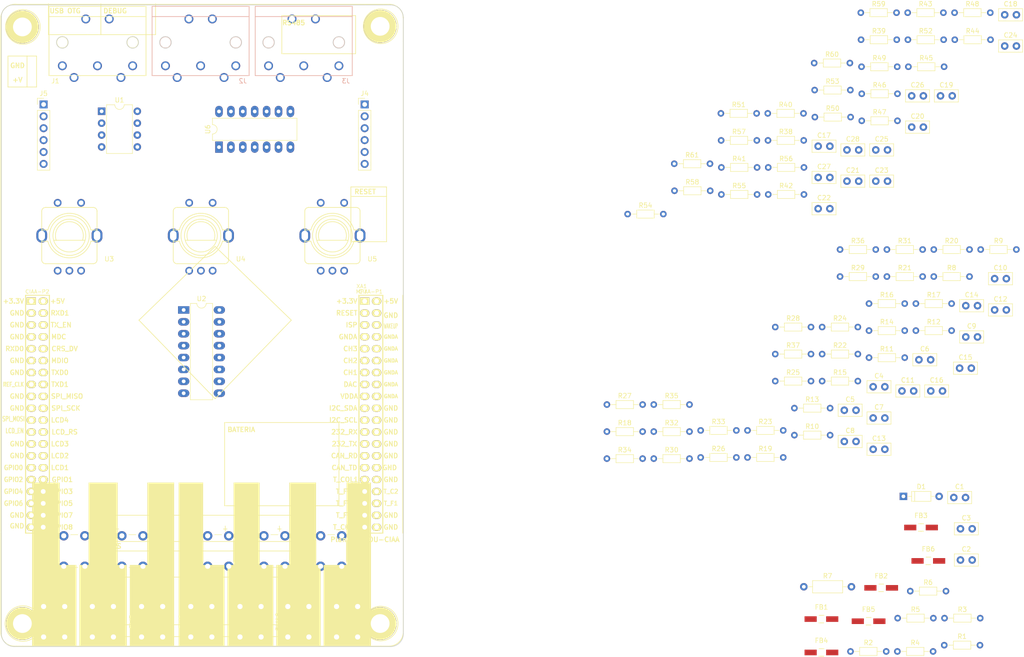
<source format=kicad_pcb>
(kicad_pcb (version 4) (host pcbnew 4.0.6-e0-6349~53~ubuntu16.04.1)
  (layers (0 F.Cu signal) (31 B.Cu signal) (34 B.Paste user) (35 F.Paste user) (36 B.SilkS user) (37 F.SilkS user) (38 B.Mask user hide) (39 F.Mask user) (44 Edge.Cuts user))
  (net 0 "")
  (net 1 "Net-(C1-Pad1)")
  (net 2 +5V)
  (net 3 "Net-(C2-Pad1)")
  (net 4 +3.3V)
  (net 5 "Net-(C4-Pad1)")
  (net 6 "Net-(C5-Pad1)")
  (net 7 "Net-(C6-Pad1)")
  (net 8 "Net-(C7-Pad1)")
  (net 9 "Net-(C8-Pad1)")
  (net 10 "Net-(C9-Pad1)")
  (net 11 "Net-(C11-Pad1)")
  (net 12 "Net-(C12-Pad1)")
  (net 13 "Net-(C13-Pad1)")
  (net 14 "Net-(C14-Pad1)")
  (net 15 "Net-(C15-Pad1)")
  (net 16 "Net-(C16-Pad1)")
  (net 17 "Net-(C17-Pad1)")
  (net 18 "Net-(C18-Pad1)")
  (net 19 "Net-(C19-Pad1)")
  (net 20 "Net-(C20-Pad1)")
  (net 21 "Net-(C21-Pad1)")
  (net 22 "Net-(C22-Pad1)")
  (net 23 "Net-(C23-Pad1)")
  (net 24 "Net-(C24-Pad1)")
  (net 25 "Net-(C25-Pad1)")
  (net 26 "Net-(C26-Pad1)")
  (net 27 "Net-(C27-Pad1)")
  (net 28 "Net-(C28-Pad1)")
  (net 29 "Net-(D1-Pad1)")
  (net 30 "Net-(D1-Pad2)")
  (net 31 "Net-(FB1-Pad1)")
  (net 32 "Net-(FB2-Pad1)")
  (net 33 "Net-(FB3-Pad1)")
  (net 34 "Net-(FB3-Pad2)")
  (net 35 "Net-(FB4-Pad1)")
  (net 36 "Net-(FB4-Pad2)")
  (net 37 "Net-(FB5-Pad1)")
  (net 38 "Net-(FB5-Pad2)")
  (net 39 "Net-(FB6-Pad1)")
  (net 40 "Net-(FB6-Pad2)")
  (net 41 "Net-(J1-Pad1)")
  (net 42 "Net-(J2-Pad1)")
  (net 43 "Net-(J3-Pad1)")
  (net 44 /Conectores/I2C_SDA)
  (net 45 /Conectores/I2C_SCL)
  (net 46 "Net-(J4-Pad6)")
  (net 47 /Conectores/GNDA)
  (net 48 /Conectores/ADC3)
  (net 49 /Conectores/ADC2)
  (net 50 /Conectores/ADC1)
  (net 51 /Conectores/DAC)
  (net 52 /Conectores/VDDA)
  (net 53 "Net-(J1-Pad5)")
  (net 54 "Net-(R2-Pad1)")
  (net 55 "Net-(R3-Pad2)")
  (net 56 "Net-(R4-Pad2)")
  (net 57 "Net-(R5-Pad2)")
  (net 58 /Conectores/ENC_SW0)
  (net 59 /Conectores/ENC_SW1)
  (net 60 /Conectores/ENC_SW2)
  (net 61 "Net-(R14-Pad2)")
  (net 62 "Net-(R15-Pad2)")
  (net 63 "Net-(R16-Pad2)")
  (net 64 "Net-(R17-Pad2)")
  (net 65 "Net-(R18-Pad2)")
  (net 66 "Net-(R19-Pad2)")
  (net 67 /Conectores/ENC_A0)
  (net 68 "Net-(R26-Pad2)")
  (net 69 /Conectores/ENC_B0)
  (net 70 "Net-(R27-Pad2)")
  (net 71 /Conectores/ENC_A1)
  (net 72 "Net-(R28-Pad2)")
  (net 73 /Conectores/ENC_B1)
  (net 74 "Net-(R29-Pad2)")
  (net 75 /Conectores/ENC_A2)
  (net 76 "Net-(R30-Pad2)")
  (net 77 /Conectores/ENC_B2)
  (net 78 "Net-(R31-Pad2)")
  (net 79 /Conectores/PUL0)
  (net 80 /Conectores/PUL4)
  (net 81 /Conectores/PUL8)
  (net 82 /Conectores/PUL1)
  (net 83 /Conectores/PUL5)
  (net 84 /Conectores/PUL9)
  (net 85 /Conectores/PUL2)
  (net 86 /Conectores/PUL6)
  (net 87 /Conectores/PUL10)
  (net 88 /Conectores/PUL3)
  (net 89 /Conectores/PUL7)
  (net 90 /Conectores/PUL11)
  (net 91 "Net-(U1-Pad1)")
  (net 92 "Net-(U1-Pad4)")
  (net 93 "/Interfaz MIDI/RX-UART")
  (net 94 "Net-(U2-Pad10)")
  (net 95 "Net-(U2-Pad12)")
  (net 96 "/Interfaz MIDI/TX-UART")
  (net 97 "Net-(U2-Pad15)")
  (net 98 "Net-(XA1-Pad6)")
  (net 99 "Net-(XA1-Pad27)")
  (net 100 "Net-(XA1-Pad34)")
  (net 101 "Net-(XA1-Pad36)")
  (net 102 "Net-(XA1-Pad3)")
  (net 103 "Net-(XA1-Pad5)")
  (net 104 "Net-(XA1-Pad44)")
  (net 105 "Net-(XA1-Pad46)")
  (net 106 "Net-(XA1-Pad49)")
  (net 107 "Net-(XA1-Pad55)")
  (net 108 "Net-(XA1-Pad60)")
  (net 109 "Net-(XA1-Pad61)")
  (net 110 "Net-(XA1-Pad63)")
  (net 111 "Net-(XA1-Pad69)")
  (net 112 "Net-(XA1-Pad71)")
  (net 113 "Net-(XA1-Pad73)")
  (net 114 "Net-(XA1-Pad75)")
  (net 115 "Net-(J1-Pad3)")
  (net 116 "Net-(J2-Pad3)")
  (net 117 "Net-(J3-Pad3)")
  (module MIDI:DIN5_180 (layer F.Cu) (at 62 33 180)
    (fp_text reference J1 (at 9 -7 180) (layer F.SilkS))
    (fp_text value DIN_5)
    (pad 5 thru_hole circle (at 7.5 -3.75 180) (size 1.9 1.9) (drill 1.3) (layers *.Cu *.Mask) (net 53 "Net-(J1-Pad5)"))
    (pad 4 thru_hole circle (at 5 -6.25 180) (size 1.9 1.9) (drill 1.3) (layers *.Cu *.Mask) (net 31 "Net-(FB1-Pad1)"))
    (pad 3 thru_hole circle (at 0 -3.75 180) (size 1.9 1.9) (drill 1.3) (layers *.Cu *.Mask) (net 115 "Net-(J1-Pad3)"))
    (pad 2 thru_hole circle (at -5 -6.25 180) (size 1.9 1.9) (drill 1.3) (layers *.Cu *.Mask) (net 3 "Net-(C2-Pad1)"))
    (pad 1 thru_hole circle (at -7.5 -3.75 180) (size 1.9 1.9) (drill 1.3) (layers *.Cu *.Mask) (net 41 "Net-(J1-Pad1)"))
    (pad 0 thru_hole circle (at -2.5 6.25 180) (size 1.9 1.9) (drill 1.3) (layers *.Cu *.Mask) (net 1 "Net-(C1-Pad1)"))
    (pad 0 thru_hole circle (at 2.5 6.25 180) (size 1.9 1.9) (drill 1.3) (layers *.Cu *.Mask) (net 1 "Net-(C1-Pad1)"))
  )
  (module MIDI:TECLADO (layer F.Cu) (at 84.2 143)
    (fp_text reference G*** hide)
    (fp_text value LOGO hide)
  )
  (module Capacitors_THT:C_Disc_D5.0mm_W2.5mm_P2.50mm (layer F.Cu) (at 244.688001 128.9306)
    (fp_text reference C1 (at 1.25 -2.31) (layer F.SilkS))
    (fp_text value 100nF)
    (pad 1 thru_hole circle (at 0 0) (size 1.6 1.6) (drill 0.8) (layers *.Cu *.Mask) (net 1 "Net-(C1-Pad1)"))
    (pad 2 thru_hole circle (at 2.5 0) (size 1.6 1.6) (drill 0.8) (layers *.Cu *.Mask) (net 2 +5V))
  )
  (module Capacitors_THT:C_Disc_D5.0mm_W2.5mm_P2.50mm (layer F.Cu) (at 246.108001 142.2706)
    (fp_text reference C2 (at 1.25 -2.31) (layer F.SilkS))
    (fp_text value 100nF)
    (pad 1 thru_hole circle (at 0 0) (size 1.6 1.6) (drill 0.8) (layers *.Cu *.Mask) (net 3 "Net-(C2-Pad1)"))
    (pad 2 thru_hole circle (at 2.5 0) (size 1.6 1.6) (drill 0.8) (layers *.Cu *.Mask) (net 2 +5V))
  )
  (module Capacitors_THT:C_Disc_D5.0mm_W2.5mm_P2.50mm (layer F.Cu) (at 246.108001 135.6006)
    (fp_text reference C3 (at 1.25 -2.31) (layer F.SilkS))
    (fp_text value 100nF)
    (pad 1 thru_hole circle (at 0 0) (size 1.6 1.6) (drill 0.8) (layers *.Cu *.Mask) (net 4 +3.3V))
    (pad 2 thru_hole circle (at 2.5 0) (size 1.6 1.6) (drill 0.8) (layers *.Cu *.Mask) (net 2 +5V))
  )
  (module Capacitors_THT:C_Disc_D5.0mm_W2.5mm_P2.50mm (layer F.Cu) (at 227.478001 105.2806)
    (fp_text reference C4 (at 1.25 -2.31) (layer F.SilkS))
    (fp_text value 100nF)
    (pad 1 thru_hole circle (at 0 0) (size 1.6 1.6) (drill 0.8) (layers *.Cu *.Mask) (net 5 "Net-(C4-Pad1)"))
    (pad 2 thru_hole circle (at 2.5 0) (size 1.6 1.6) (drill 0.8) (layers *.Cu *.Mask) (net 2 +5V))
  )
  (module Capacitors_THT:C_Disc_D5.0mm_W2.5mm_P2.50mm (layer F.Cu) (at 221.328001 110.2906)
    (fp_text reference C5 (at 1.25 -2.31) (layer F.SilkS))
    (fp_text value 100nF)
    (pad 1 thru_hole circle (at 0 0) (size 1.6 1.6) (drill 0.8) (layers *.Cu *.Mask) (net 6 "Net-(C5-Pad1)"))
    (pad 2 thru_hole circle (at 2.5 0) (size 1.6 1.6) (drill 0.8) (layers *.Cu *.Mask) (net 2 +5V))
  )
  (module Capacitors_THT:C_Disc_D5.0mm_W2.5mm_P2.50mm (layer F.Cu) (at 237.248001 99.5106)
    (fp_text reference C6 (at 1.25 -2.31) (layer F.SilkS))
    (fp_text value 100nF)
    (pad 1 thru_hole circle (at 0 0) (size 1.6 1.6) (drill 0.8) (layers *.Cu *.Mask) (net 7 "Net-(C6-Pad1)"))
    (pad 2 thru_hole circle (at 2.5 0) (size 1.6 1.6) (drill 0.8) (layers *.Cu *.Mask) (net 2 +5V))
  )
  (module Capacitors_THT:C_Disc_D5.0mm_W2.5mm_P2.50mm (layer F.Cu) (at 227.478001 111.9506)
    (fp_text reference C7 (at 1.25 -2.31) (layer F.SilkS))
    (fp_text value 100nF)
    (pad 1 thru_hole circle (at 0 0) (size 1.6 1.6) (drill 0.8) (layers *.Cu *.Mask) (net 8 "Net-(C7-Pad1)"))
    (pad 2 thru_hole circle (at 2.5 0) (size 1.6 1.6) (drill 0.8) (layers *.Cu *.Mask) (net 2 +5V))
  )
  (module Capacitors_THT:C_Disc_D5.0mm_W2.5mm_P2.50mm (layer F.Cu) (at 221.328001 116.9606)
    (fp_text reference C8 (at 1.25 -2.31) (layer F.SilkS))
    (fp_text value 100nF)
    (pad 1 thru_hole circle (at 0 0) (size 1.6 1.6) (drill 0.8) (layers *.Cu *.Mask) (net 9 "Net-(C8-Pad1)"))
    (pad 2 thru_hole circle (at 2.5 0) (size 1.6 1.6) (drill 0.8) (layers *.Cu *.Mask) (net 2 +5V))
  )
  (module Capacitors_THT:C_Disc_D5.0mm_W2.5mm_P2.50mm (layer F.Cu) (at 247.248001 94.6406)
    (fp_text reference C9 (at 1.25 -2.31) (layer F.SilkS))
    (fp_text value 100nF)
    (pad 1 thru_hole circle (at 0 0) (size 1.6 1.6) (drill 0.8) (layers *.Cu *.Mask) (net 10 "Net-(C9-Pad1)"))
    (pad 2 thru_hole circle (at 2.5 0) (size 1.6 1.6) (drill 0.8) (layers *.Cu *.Mask) (net 2 +5V))
  )
  (module Capacitors_THT:C_Disc_D5.0mm_W2.5mm_P2.50mm (layer F.Cu) (at 253.398001 82.2006)
    (fp_text reference C10 (at 1.25 -2.31) (layer F.SilkS))
    (fp_text value 100nF)
    (pad 1 thru_hole circle (at 0 0) (size 1.6 1.6) (drill 0.8) (layers *.Cu *.Mask) (net 2 +5V))
    (pad 2 thru_hole circle (at 2.5 0) (size 1.6 1.6) (drill 0.8) (layers *.Cu *.Mask) (net 2 +5V))
  )
  (module Capacitors_THT:C_Disc_D5.0mm_W2.5mm_P2.50mm (layer F.Cu) (at 233.628001 106.1806)
    (fp_text reference C11 (at 1.25 -2.31) (layer F.SilkS))
    (fp_text value 10nF)
    (pad 1 thru_hole circle (at 0 0) (size 1.6 1.6) (drill 0.8) (layers *.Cu *.Mask) (net 11 "Net-(C11-Pad1)"))
    (pad 2 thru_hole circle (at 2.5 0) (size 1.6 1.6) (drill 0.8) (layers *.Cu *.Mask) (net 2 +5V))
  )
  (module Capacitors_THT:C_Disc_D5.0mm_W2.5mm_P2.50mm (layer F.Cu) (at 253.398001 88.8706)
    (fp_text reference C12 (at 1.25 -2.31) (layer F.SilkS))
    (fp_text value 10nF)
    (pad 1 thru_hole circle (at 0 0) (size 1.6 1.6) (drill 0.8) (layers *.Cu *.Mask) (net 12 "Net-(C12-Pad1)"))
    (pad 2 thru_hole circle (at 2.5 0) (size 1.6 1.6) (drill 0.8) (layers *.Cu *.Mask) (net 2 +5V))
  )
  (module Capacitors_THT:C_Disc_D5.0mm_W2.5mm_P2.50mm (layer F.Cu) (at 227.478001 118.6206)
    (fp_text reference C13 (at 1.25 -2.31) (layer F.SilkS))
    (fp_text value 10nF)
    (pad 1 thru_hole circle (at 0 0) (size 1.6 1.6) (drill 0.8) (layers *.Cu *.Mask) (net 13 "Net-(C13-Pad1)"))
    (pad 2 thru_hole circle (at 2.5 0) (size 1.6 1.6) (drill 0.8) (layers *.Cu *.Mask) (net 2 +5V))
  )
  (module Capacitors_THT:C_Disc_D5.0mm_W2.5mm_P2.50mm (layer F.Cu) (at 247.248001 87.9706)
    (fp_text reference C14 (at 1.25 -2.31) (layer F.SilkS))
    (fp_text value 10nF)
    (pad 1 thru_hole circle (at 0 0) (size 1.6 1.6) (drill 0.8) (layers *.Cu *.Mask) (net 14 "Net-(C14-Pad1)"))
    (pad 2 thru_hole circle (at 2.5 0) (size 1.6 1.6) (drill 0.8) (layers *.Cu *.Mask) (net 2 +5V))
  )
  (module Capacitors_THT:C_Disc_D5.0mm_W2.5mm_P2.50mm (layer F.Cu) (at 245.928001 101.3106)
    (fp_text reference C15 (at 1.25 -2.31) (layer F.SilkS))
    (fp_text value 10nF)
    (pad 1 thru_hole circle (at 0 0) (size 1.6 1.6) (drill 0.8) (layers *.Cu *.Mask) (net 15 "Net-(C15-Pad1)"))
    (pad 2 thru_hole circle (at 2.5 0) (size 1.6 1.6) (drill 0.8) (layers *.Cu *.Mask) (net 2 +5V))
  )
  (module Capacitors_THT:C_Disc_D5.0mm_W2.5mm_P2.50mm (layer F.Cu) (at 239.778001 106.1806)
    (fp_text reference C16 (at 1.25 -2.31) (layer F.SilkS))
    (fp_text value 10nF)
    (pad 1 thru_hole circle (at 0 0) (size 1.6 1.6) (drill 0.8) (layers *.Cu *.Mask) (net 16 "Net-(C16-Pad1)"))
    (pad 2 thru_hole circle (at 2.5 0) (size 1.6 1.6) (drill 0.8) (layers *.Cu *.Mask) (net 2 +5V))
  )
  (module Capacitors_THT:C_Disc_D5.0mm_W2.5mm_P2.50mm (layer F.Cu) (at 215.748001 53.9206)
    (fp_text reference C17 (at 1.25 -2.31) (layer F.SilkS))
    (fp_text value 100nF)
    (pad 1 thru_hole circle (at 0 0) (size 1.6 1.6) (drill 0.8) (layers *.Cu *.Mask) (net 17 "Net-(C17-Pad1)"))
    (pad 2 thru_hole circle (at 2.5 0) (size 1.6 1.6) (drill 0.8) (layers *.Cu *.Mask) (net 2 +5V))
  )
  (module Capacitors_THT:C_Disc_D5.0mm_W2.5mm_P2.50mm (layer F.Cu) (at 255.548001 25.8606)
    (fp_text reference C18 (at 1.25 -2.31) (layer F.SilkS))
    (fp_text value 100nF)
    (pad 1 thru_hole circle (at 0 0) (size 1.6 1.6) (drill 0.8) (layers *.Cu *.Mask) (net 18 "Net-(C18-Pad1)"))
    (pad 2 thru_hole circle (at 2.5 0) (size 1.6 1.6) (drill 0.8) (layers *.Cu *.Mask) (net 2 +5V))
  )
  (module Capacitors_THT:C_Disc_D5.0mm_W2.5mm_P2.50mm (layer F.Cu) (at 241.848001 43.1706)
    (fp_text reference C19 (at 1.25 -2.31) (layer F.SilkS))
    (fp_text value 100nF)
    (pad 1 thru_hole circle (at 0 0) (size 1.6 1.6) (drill 0.8) (layers *.Cu *.Mask) (net 19 "Net-(C19-Pad1)"))
    (pad 2 thru_hole circle (at 2.5 0) (size 1.6 1.6) (drill 0.8) (layers *.Cu *.Mask) (net 2 +5V))
  )
  (module Capacitors_THT:C_Disc_D5.0mm_W2.5mm_P2.50mm (layer F.Cu) (at 235.698001 49.8406)
    (fp_text reference C20 (at 1.25 -2.31) (layer F.SilkS))
    (fp_text value 100nF)
    (pad 1 thru_hole circle (at 0 0) (size 1.6 1.6) (drill 0.8) (layers *.Cu *.Mask) (net 20 "Net-(C20-Pad1)"))
    (pad 2 thru_hole circle (at 2.5 0) (size 1.6 1.6) (drill 0.8) (layers *.Cu *.Mask) (net 2 +5V))
  )
  (module Capacitors_THT:C_Disc_D5.0mm_W2.5mm_P2.50mm (layer F.Cu) (at 221.898001 61.3806)
    (fp_text reference C21 (at 1.25 -2.31) (layer F.SilkS))
    (fp_text value 100nF)
    (pad 1 thru_hole circle (at 0 0) (size 1.6 1.6) (drill 0.8) (layers *.Cu *.Mask) (net 21 "Net-(C21-Pad1)"))
    (pad 2 thru_hole circle (at 2.5 0) (size 1.6 1.6) (drill 0.8) (layers *.Cu *.Mask) (net 2 +5V))
  )
  (module Capacitors_THT:C_Disc_D5.0mm_W2.5mm_P2.50mm (layer F.Cu) (at 215.748001 67.2606)
    (fp_text reference C22 (at 1.25 -2.31) (layer F.SilkS))
    (fp_text value 100nF)
    (pad 1 thru_hole circle (at 0 0) (size 1.6 1.6) (drill 0.8) (layers *.Cu *.Mask) (net 22 "Net-(C22-Pad1)"))
    (pad 2 thru_hole circle (at 2.5 0) (size 1.6 1.6) (drill 0.8) (layers *.Cu *.Mask) (net 2 +5V))
  )
  (module Capacitors_THT:C_Disc_D5.0mm_W2.5mm_P2.50mm (layer F.Cu) (at 228.048001 61.3806)
    (fp_text reference C23 (at 1.25 -2.31) (layer F.SilkS))
    (fp_text value 100nF)
    (pad 1 thru_hole circle (at 0 0) (size 1.6 1.6) (drill 0.8) (layers *.Cu *.Mask) (net 23 "Net-(C23-Pad1)"))
    (pad 2 thru_hole circle (at 2.5 0) (size 1.6 1.6) (drill 0.8) (layers *.Cu *.Mask) (net 2 +5V))
  )
  (module Capacitors_THT:C_Disc_D5.0mm_W2.5mm_P2.50mm (layer F.Cu) (at 255.548001 32.5306)
    (fp_text reference C24 (at 1.25 -2.31) (layer F.SilkS))
    (fp_text value 100nF)
    (pad 1 thru_hole circle (at 0 0) (size 1.6 1.6) (drill 0.8) (layers *.Cu *.Mask) (net 24 "Net-(C24-Pad1)"))
    (pad 2 thru_hole circle (at 2.5 0) (size 1.6 1.6) (drill 0.8) (layers *.Cu *.Mask) (net 2 +5V))
  )
  (module Capacitors_THT:C_Disc_D5.0mm_W2.5mm_P2.50mm (layer F.Cu) (at 228.048001 54.7106)
    (fp_text reference C25 (at 1.25 -2.31) (layer F.SilkS))
    (fp_text value 100nF)
    (pad 1 thru_hole circle (at 0 0) (size 1.6 1.6) (drill 0.8) (layers *.Cu *.Mask) (net 25 "Net-(C25-Pad1)"))
    (pad 2 thru_hole circle (at 2.5 0) (size 1.6 1.6) (drill 0.8) (layers *.Cu *.Mask) (net 2 +5V))
  )
  (module Capacitors_THT:C_Disc_D5.0mm_W2.5mm_P2.50mm (layer F.Cu) (at 235.698001 43.1706)
    (fp_text reference C26 (at 1.25 -2.31) (layer F.SilkS))
    (fp_text value 100nF)
    (pad 1 thru_hole circle (at 0 0) (size 1.6 1.6) (drill 0.8) (layers *.Cu *.Mask) (net 26 "Net-(C26-Pad1)"))
    (pad 2 thru_hole circle (at 2.5 0) (size 1.6 1.6) (drill 0.8) (layers *.Cu *.Mask) (net 2 +5V))
  )
  (module Capacitors_THT:C_Disc_D5.0mm_W2.5mm_P2.50mm (layer F.Cu) (at 215.748001 60.5906)
    (fp_text reference C27 (at 1.25 -2.31) (layer F.SilkS))
    (fp_text value 100nF)
    (pad 1 thru_hole circle (at 0 0) (size 1.6 1.6) (drill 0.8) (layers *.Cu *.Mask) (net 27 "Net-(C27-Pad1)"))
    (pad 2 thru_hole circle (at 2.5 0) (size 1.6 1.6) (drill 0.8) (layers *.Cu *.Mask) (net 2 +5V))
  )
  (module Capacitors_THT:C_Disc_D5.0mm_W2.5mm_P2.50mm (layer F.Cu) (at 221.898001 54.7106)
    (fp_text reference C28 (at 1.25 -2.31) (layer F.SilkS))
    (fp_text value 100nF)
    (pad 1 thru_hole circle (at 0 0) (size 1.6 1.6) (drill 0.8) (layers *.Cu *.Mask) (net 28 "Net-(C28-Pad1)"))
    (pad 2 thru_hole circle (at 2.5 0) (size 1.6 1.6) (drill 0.8) (layers *.Cu *.Mask) (net 2 +5V))
  )
  (module Diodes_THT:D_DO-35_SOD27_P7.62mm_Horizontal (layer F.Cu) (at 233.938001 128.6806)
    (fp_text reference D1 (at 3.81 -2.06) (layer F.SilkS))
    (fp_text value 1N4148)
    (pad 1 thru_hole rect (at 0 0) (size 1.6 1.6) (drill 0.8) (layers *.Cu *.Mask) (net 29 "Net-(D1-Pad1)"))
    (pad 2 thru_hole oval (at 7.62 0) (size 1.6 1.6) (drill 0.8) (layers *.Cu *.Mask) (net 30 "Net-(D1-Pad2)"))
  )
  (module Choke_SMD:Choke_SMD_1206_Handsoldering (layer F.Cu) (at 216.446333 154.8806)
    (fp_text reference FB1 (at 0 -2.54) (layer F.SilkS))
    (fp_text value "1k @100MHz")
    (pad 1 smd rect (at -2.30124 0) (size 2.59842 1.19888) (layers F.Cu F.Paste F.Mask) (net 31 "Net-(FB1-Pad1)"))
    (pad 2 smd rect (at 2.30124 0) (size 2.60096 1.19888) (layers F.Cu F.Paste F.Mask) (net 30 "Net-(D1-Pad2)"))
  )
  (module Choke_SMD:Choke_SMD_1206_Handsoldering (layer F.Cu) (at 229.196333 148.2106)
    (fp_text reference FB2 (at 0 -2.54) (layer F.SilkS))
    (fp_text value "1k @100MHz")
    (pad 1 smd rect (at -2.30124 0) (size 2.59842 1.19888) (layers F.Cu F.Paste F.Mask) (net 32 "Net-(FB2-Pad1)"))
    (pad 2 smd rect (at 2.30124 0) (size 2.60096 1.19888) (layers F.Cu F.Paste F.Mask) (net 29 "Net-(D1-Pad1)"))
  )
  (module Choke_SMD:Choke_SMD_1206_Handsoldering (layer F.Cu) (at 237.696333 135.3306)
    (fp_text reference FB3 (at 0 -2.54) (layer F.SilkS))
    (fp_text value "1k @100MHz")
    (pad 1 smd rect (at -2.30124 0) (size 2.59842 1.19888) (layers F.Cu F.Paste F.Mask) (net 33 "Net-(FB3-Pad1)"))
    (pad 2 smd rect (at 2.30124 0) (size 2.60096 1.19888) (layers F.Cu F.Paste F.Mask) (net 34 "Net-(FB3-Pad2)"))
  )
  (module Choke_SMD:Choke_SMD_1206_Handsoldering (layer F.Cu) (at 216.446333 162.0106)
    (fp_text reference FB4 (at 0 -2.54) (layer F.SilkS))
    (fp_text value "1k @100MHz")
    (pad 1 smd rect (at -2.30124 0) (size 2.59842 1.19888) (layers F.Cu F.Paste F.Mask) (net 35 "Net-(FB4-Pad1)"))
    (pad 2 smd rect (at 2.30124 0) (size 2.60096 1.19888) (layers F.Cu F.Paste F.Mask) (net 36 "Net-(FB4-Pad2)"))
  )
  (module Choke_SMD:Choke_SMD_1206_Handsoldering (layer F.Cu) (at 226.506333 155.3406)
    (fp_text reference FB5 (at 0 -2.54) (layer F.SilkS))
    (fp_text value "1k @100MHz")
    (pad 1 smd rect (at -2.30124 0) (size 2.59842 1.19888) (layers F.Cu F.Paste F.Mask) (net 37 "Net-(FB5-Pad1)"))
    (pad 2 smd rect (at 2.30124 0) (size 2.60096 1.19888) (layers F.Cu F.Paste F.Mask) (net 38 "Net-(FB5-Pad2)"))
  )
  (module Choke_SMD:Choke_SMD_1206_Handsoldering (layer F.Cu) (at 239.256333 142.4606)
    (fp_text reference FB6 (at 0 -2.54) (layer F.SilkS))
    (fp_text value "1k @100MHz")
    (pad 1 smd rect (at -2.30124 0) (size 2.59842 1.19888) (layers F.Cu F.Paste F.Mask) (net 39 "Net-(FB6-Pad1)"))
    (pad 2 smd rect (at 2.30124 0) (size 2.60096 1.19888) (layers F.Cu F.Paste F.Mask) (net 40 "Net-(FB6-Pad2)"))
  )
  (module Pin_Headers:Pin_Header_Straight_1x06_Pitch2.54mm (layer F.Cu) (at 119 45)
    (fp_text reference J4 (at 0 -2.33) (layer F.SilkS))
    (fp_text value CONN_01X06)
    (pad 1 thru_hole rect (at 0 0) (size 1.7 1.7) (drill 1) (layers *.Cu *.Mask) (net 2 +5V))
    (pad 2 thru_hole oval (at 0 2.54) (size 1.7 1.7) (drill 1) (layers *.Cu *.Mask) (net 4 +3.3V))
    (pad 3 thru_hole oval (at 0 5.08) (size 1.7 1.7) (drill 1) (layers *.Cu *.Mask) (net 2 +5V))
    (pad 4 thru_hole oval (at 0 7.62) (size 1.7 1.7) (drill 1) (layers *.Cu *.Mask) (net 44 /Conectores/I2C_SDA))
    (pad 5 thru_hole oval (at 0 10.16) (size 1.7 1.7) (drill 1) (layers *.Cu *.Mask) (net 45 /Conectores/I2C_SCL))
    (pad 6 thru_hole oval (at 0 12.7) (size 1.7 1.7) (drill 1) (layers *.Cu *.Mask) (net 46 "Net-(J4-Pad6)"))
  )
  (module Pin_Headers:Pin_Header_Straight_1x06_Pitch2.54mm (layer F.Cu) (at 50.5 45)
    (fp_text reference J5 (at 0 -2.33) (layer F.SilkS))
    (fp_text value CONN_01X06)
    (pad 1 thru_hole rect (at 0 0) (size 1.7 1.7) (drill 1) (layers *.Cu *.Mask) (net 47 /Conectores/GNDA))
    (pad 2 thru_hole oval (at 0 2.54) (size 1.7 1.7) (drill 1) (layers *.Cu *.Mask) (net 48 /Conectores/ADC3))
    (pad 3 thru_hole oval (at 0 5.08) (size 1.7 1.7) (drill 1) (layers *.Cu *.Mask) (net 49 /Conectores/ADC2))
    (pad 4 thru_hole oval (at 0 7.62) (size 1.7 1.7) (drill 1) (layers *.Cu *.Mask) (net 50 /Conectores/ADC1))
    (pad 5 thru_hole oval (at 0 10.16) (size 1.7 1.7) (drill 1) (layers *.Cu *.Mask) (net 51 /Conectores/DAC))
    (pad 6 thru_hole oval (at 0 12.7) (size 1.7 1.7) (drill 1) (layers *.Cu *.Mask) (net 52 /Conectores/VDDA))
  )
  (module Resistors_THT:R_Axial_DIN0204_L3.6mm_D1.6mm_P7.62mm_Horizontal (layer F.Cu) (at 242.648001 160.4506)
    (fp_text reference R1 (at 3.81 -1.86) (layer F.SilkS))
    (fp_text value 220R)
    (pad 1 thru_hole circle (at 0 0) (size 1.4 1.4) (drill 0.7) (layers *.Cu *.Mask) (net 32 "Net-(FB2-Pad1)"))
    (pad 2 thru_hole oval (at 7.62 0) (size 1.4 1.4) (drill 0.7) (layers *.Cu *.Mask) (net 53 "Net-(J1-Pad5)"))
  )
  (module Resistors_THT:R_Axial_DIN0204_L3.6mm_D1.6mm_P7.62mm_Horizontal (layer F.Cu) (at 222.648001 161.7906)
    (fp_text reference R2 (at 3.81 -1.86) (layer F.SilkS))
    (fp_text value R)
    (pad 1 thru_hole circle (at 0 0) (size 1.4 1.4) (drill 0.7) (layers *.Cu *.Mask) (net 54 "Net-(R2-Pad1)"))
    (pad 2 thru_hole oval (at 7.62 0) (size 1.4 1.4) (drill 0.7) (layers *.Cu *.Mask) (net 2 +5V))
  )
  (module Resistors_THT:R_Axial_DIN0204_L3.6mm_D1.6mm_P7.62mm_Horizontal (layer F.Cu) (at 242.708001 154.6806)
    (fp_text reference R3 (at 3.81 -1.86) (layer F.SilkS))
    (fp_text value R)
    (pad 1 thru_hole circle (at 0 0) (size 1.4 1.4) (drill 0.7) (layers *.Cu *.Mask) (net 4 +3.3V))
    (pad 2 thru_hole oval (at 7.62 0) (size 1.4 1.4) (drill 0.7) (layers *.Cu *.Mask) (net 55 "Net-(R3-Pad2)"))
  )
  (module Resistors_THT:R_Axial_DIN0204_L3.6mm_D1.6mm_P7.62mm_Horizontal (layer F.Cu) (at 232.648001 161.7906)
    (fp_text reference R4 (at 3.81 -1.86) (layer F.SilkS))
    (fp_text value 10R)
    (pad 1 thru_hole circle (at 0 0) (size 1.4 1.4) (drill 0.7) (layers *.Cu *.Mask) (net 35 "Net-(FB4-Pad1)"))
    (pad 2 thru_hole oval (at 7.62 0) (size 1.4 1.4) (drill 0.7) (layers *.Cu *.Mask) (net 56 "Net-(R4-Pad2)"))
  )
  (module Resistors_THT:R_Axial_DIN0204_L3.6mm_D1.6mm_P7.62mm_Horizontal (layer F.Cu) (at 232.708001 154.6806)
    (fp_text reference R5 (at 3.81 -1.86) (layer F.SilkS))
    (fp_text value 10R)
    (pad 1 thru_hole circle (at 0 0) (size 1.4 1.4) (drill 0.7) (layers *.Cu *.Mask) (net 39 "Net-(FB6-Pad1)"))
    (pad 2 thru_hole oval (at 7.62 0) (size 1.4 1.4) (drill 0.7) (layers *.Cu *.Mask) (net 57 "Net-(R5-Pad2)"))
  )
  (module Resistors_THT:R_Axial_DIN0204_L3.6mm_D1.6mm_P7.62mm_Horizontal (layer F.Cu) (at 235.398001 148.9106)
    (fp_text reference R6 (at 3.81 -1.86) (layer F.SilkS))
    (fp_text value 33R)
    (pad 1 thru_hole circle (at 0 0) (size 1.4 1.4) (drill 0.7) (layers *.Cu *.Mask) (net 4 +3.3V))
    (pad 2 thru_hole oval (at 7.62 0) (size 1.4 1.4) (drill 0.7) (layers *.Cu *.Mask) (net 33 "Net-(FB3-Pad1)"))
  )
  (module Resistors_THT:R_Axial_DIN0207_L6.3mm_D2.5mm_P10.16mm_Horizontal (layer F.Cu) (at 212.688001 147.9806)
    (fp_text reference R7 (at 5.08 -2.31) (layer F.SilkS))
    (fp_text value 33R)
    (pad 1 thru_hole circle (at 0 0) (size 1.6 1.6) (drill 0.8) (layers *.Cu *.Mask) (net 4 +3.3V))
    (pad 2 thru_hole oval (at 10.16 0) (size 1.6 1.6) (drill 0.8) (layers *.Cu *.Mask) (net 37 "Net-(FB5-Pad1)"))
  )
  (module Resistors_THT:R_Axial_DIN0204_L3.6mm_D1.6mm_P7.62mm_Horizontal (layer F.Cu) (at 240.418001 81.7506)
    (fp_text reference R8 (at 3.81 -1.86) (layer F.SilkS))
    (fp_text value 1k)
    (pad 1 thru_hole circle (at 0 0) (size 1.4 1.4) (drill 0.7) (layers *.Cu *.Mask) (net 5 "Net-(C4-Pad1)"))
    (pad 2 thru_hole oval (at 7.62 0) (size 1.4 1.4) (drill 0.7) (layers *.Cu *.Mask) (net 58 /Conectores/ENC_SW0))
  )
  (module Resistors_THT:R_Axial_DIN0204_L3.6mm_D1.6mm_P7.62mm_Horizontal (layer F.Cu) (at 250.418001 75.9806)
    (fp_text reference R9 (at 3.81 -1.86) (layer F.SilkS))
    (fp_text value 1k)
    (pad 1 thru_hole circle (at 0 0) (size 1.4 1.4) (drill 0.7) (layers *.Cu *.Mask) (net 6 "Net-(C5-Pad1)"))
    (pad 2 thru_hole oval (at 7.62 0) (size 1.4 1.4) (drill 0.7) (layers *.Cu *.Mask) (net 59 /Conectores/ENC_SW1))
  )
  (module Resistors_THT:R_Axial_DIN0204_L3.6mm_D1.6mm_P7.62mm_Horizontal (layer F.Cu) (at 210.678001 115.6106)
    (fp_text reference R10 (at 3.81 -1.86) (layer F.SilkS))
    (fp_text value 1k)
    (pad 1 thru_hole circle (at 0 0) (size 1.4 1.4) (drill 0.7) (layers *.Cu *.Mask) (net 7 "Net-(C6-Pad1)"))
    (pad 2 thru_hole oval (at 7.62 0) (size 1.4 1.4) (drill 0.7) (layers *.Cu *.Mask) (net 60 /Conectores/ENC_SW2))
  )
  (module Resistors_THT:R_Axial_DIN0204_L3.6mm_D1.6mm_P7.62mm_Horizontal (layer F.Cu) (at 226.598001 99.0606)
    (fp_text reference R11 (at 3.81 -1.86) (layer F.SilkS))
    (fp_text value 3k3)
    (pad 1 thru_hole circle (at 0 0) (size 1.4 1.4) (drill 0.7) (layers *.Cu *.Mask) (net 4 +3.3V))
    (pad 2 thru_hole oval (at 7.62 0) (size 1.4 1.4) (drill 0.7) (layers *.Cu *.Mask) (net 5 "Net-(C4-Pad1)"))
  )
  (module Resistors_THT:R_Axial_DIN0204_L3.6mm_D1.6mm_P7.62mm_Horizontal (layer F.Cu) (at 236.598001 93.2906)
    (fp_text reference R12 (at 3.81 -1.86) (layer F.SilkS))
    (fp_text value 3k3)
    (pad 1 thru_hole circle (at 0 0) (size 1.4 1.4) (drill 0.7) (layers *.Cu *.Mask) (net 4 +3.3V))
    (pad 2 thru_hole oval (at 7.62 0) (size 1.4 1.4) (drill 0.7) (layers *.Cu *.Mask) (net 6 "Net-(C5-Pad1)"))
  )
  (module Resistors_THT:R_Axial_DIN0204_L3.6mm_D1.6mm_P7.62mm_Horizontal (layer F.Cu) (at 210.678001 109.8406)
    (fp_text reference R13 (at 3.81 -1.86) (layer F.SilkS))
    (fp_text value 3k3)
    (pad 1 thru_hole circle (at 0 0) (size 1.4 1.4) (drill 0.7) (layers *.Cu *.Mask) (net 4 +3.3V))
    (pad 2 thru_hole oval (at 7.62 0) (size 1.4 1.4) (drill 0.7) (layers *.Cu *.Mask) (net 7 "Net-(C6-Pad1)"))
  )
  (module Resistors_THT:R_Axial_DIN0204_L3.6mm_D1.6mm_P7.62mm_Horizontal (layer F.Cu) (at 226.598001 93.2906)
    (fp_text reference R14 (at 3.81 -1.86) (layer F.SilkS))
    (fp_text value 10k)
    (pad 1 thru_hole circle (at 0 0) (size 1.4 1.4) (drill 0.7) (layers *.Cu *.Mask) (net 11 "Net-(C11-Pad1)"))
    (pad 2 thru_hole oval (at 7.62 0) (size 1.4 1.4) (drill 0.7) (layers *.Cu *.Mask) (net 61 "Net-(R14-Pad2)"))
  )
  (module Resistors_THT:R_Axial_DIN0204_L3.6mm_D1.6mm_P7.62mm_Horizontal (layer F.Cu) (at 216.598001 104.0706)
    (fp_text reference R15 (at 3.81 -1.86) (layer F.SilkS))
    (fp_text value 10k)
    (pad 1 thru_hole circle (at 0 0) (size 1.4 1.4) (drill 0.7) (layers *.Cu *.Mask) (net 14 "Net-(C14-Pad1)"))
    (pad 2 thru_hole oval (at 7.62 0) (size 1.4 1.4) (drill 0.7) (layers *.Cu *.Mask) (net 62 "Net-(R15-Pad2)"))
  )
  (module Resistors_THT:R_Axial_DIN0204_L3.6mm_D1.6mm_P7.62mm_Horizontal (layer F.Cu) (at 226.598001 87.5206)
    (fp_text reference R16 (at 3.81 -1.86) (layer F.SilkS))
    (fp_text value 10k)
    (pad 1 thru_hole circle (at 0 0) (size 1.4 1.4) (drill 0.7) (layers *.Cu *.Mask) (net 12 "Net-(C12-Pad1)"))
    (pad 2 thru_hole oval (at 7.62 0) (size 1.4 1.4) (drill 0.7) (layers *.Cu *.Mask) (net 63 "Net-(R16-Pad2)"))
  )
  (module Resistors_THT:R_Axial_DIN0204_L3.6mm_D1.6mm_P7.62mm_Horizontal (layer F.Cu) (at 236.598001 87.5206)
    (fp_text reference R17 (at 3.81 -1.86) (layer F.SilkS))
    (fp_text value 10k)
    (pad 1 thru_hole circle (at 0 0) (size 1.4 1.4) (drill 0.7) (layers *.Cu *.Mask) (net 15 "Net-(C15-Pad1)"))
    (pad 2 thru_hole oval (at 7.62 0) (size 1.4 1.4) (drill 0.7) (layers *.Cu *.Mask) (net 64 "Net-(R17-Pad2)"))
  )
  (module Resistors_THT:R_Axial_DIN0204_L3.6mm_D1.6mm_P7.62mm_Horizontal (layer F.Cu) (at 170.678001 114.8506)
    (fp_text reference R18 (at 3.81 -1.86) (layer F.SilkS))
    (fp_text value 10k)
    (pad 1 thru_hole circle (at 0 0) (size 1.4 1.4) (drill 0.7) (layers *.Cu *.Mask) (net 13 "Net-(C13-Pad1)"))
    (pad 2 thru_hole oval (at 7.62 0) (size 1.4 1.4) (drill 0.7) (layers *.Cu *.Mask) (net 65 "Net-(R18-Pad2)"))
  )
  (module Resistors_THT:R_Axial_DIN0204_L3.6mm_D1.6mm_P7.62mm_Horizontal (layer F.Cu) (at 200.678001 120.3706)
    (fp_text reference R19 (at 3.81 -1.86) (layer F.SilkS))
    (fp_text value 10k)
    (pad 1 thru_hole circle (at 0 0) (size 1.4 1.4) (drill 0.7) (layers *.Cu *.Mask) (net 16 "Net-(C16-Pad1)"))
    (pad 2 thru_hole oval (at 7.62 0) (size 1.4 1.4) (drill 0.7) (layers *.Cu *.Mask) (net 66 "Net-(R19-Pad2)"))
  )
  (module Resistors_THT:R_Axial_DIN0204_L3.6mm_D1.6mm_P7.62mm_Horizontal (layer F.Cu) (at 240.418001 75.9806)
    (fp_text reference R20 (at 3.81 -1.86) (layer F.SilkS))
    (fp_text value 10k)
    (pad 1 thru_hole circle (at 0 0) (size 1.4 1.4) (drill 0.7) (layers *.Cu *.Mask) (net 2 +5V))
    (pad 2 thru_hole oval (at 7.62 0) (size 1.4 1.4) (drill 0.7) (layers *.Cu *.Mask) (net 11 "Net-(C11-Pad1)"))
  )
  (module Resistors_THT:R_Axial_DIN0204_L3.6mm_D1.6mm_P7.62mm_Horizontal (layer F.Cu) (at 230.418001 81.7506)
    (fp_text reference R21 (at 3.81 -1.86) (layer F.SilkS))
    (fp_text value 10k)
    (pad 1 thru_hole circle (at 0 0) (size 1.4 1.4) (drill 0.7) (layers *.Cu *.Mask) (net 2 +5V))
    (pad 2 thru_hole oval (at 7.62 0) (size 1.4 1.4) (drill 0.7) (layers *.Cu *.Mask) (net 12 "Net-(C12-Pad1)"))
  )
  (module Resistors_THT:R_Axial_DIN0204_L3.6mm_D1.6mm_P7.62mm_Horizontal (layer F.Cu) (at 216.598001 98.3006)
    (fp_text reference R22 (at 3.81 -1.86) (layer F.SilkS))
    (fp_text value 10k)
    (pad 1 thru_hole circle (at 0 0) (size 1.4 1.4) (drill 0.7) (layers *.Cu *.Mask) (net 2 +5V))
    (pad 2 thru_hole oval (at 7.62 0) (size 1.4 1.4) (drill 0.7) (layers *.Cu *.Mask) (net 13 "Net-(C13-Pad1)"))
  )
  (module Resistors_THT:R_Axial_DIN0204_L3.6mm_D1.6mm_P7.62mm_Horizontal (layer F.Cu) (at 200.678001 114.6006)
    (fp_text reference R23 (at 3.81 -1.86) (layer F.SilkS))
    (fp_text value 10k)
    (pad 1 thru_hole circle (at 0 0) (size 1.4 1.4) (drill 0.7) (layers *.Cu *.Mask) (net 2 +5V))
    (pad 2 thru_hole oval (at 7.62 0) (size 1.4 1.4) (drill 0.7) (layers *.Cu *.Mask) (net 14 "Net-(C14-Pad1)"))
  )
  (module Resistors_THT:R_Axial_DIN0204_L3.6mm_D1.6mm_P7.62mm_Horizontal (layer F.Cu) (at 216.598001 92.5306)
    (fp_text reference R24 (at 3.81 -1.86) (layer F.SilkS))
    (fp_text value 10k)
    (pad 1 thru_hole circle (at 0 0) (size 1.4 1.4) (drill 0.7) (layers *.Cu *.Mask) (net 2 +5V))
    (pad 2 thru_hole oval (at 7.62 0) (size 1.4 1.4) (drill 0.7) (layers *.Cu *.Mask) (net 15 "Net-(C15-Pad1)"))
  )
  (module Resistors_THT:R_Axial_DIN0204_L3.6mm_D1.6mm_P7.62mm_Horizontal (layer F.Cu) (at 206.598001 104.0706)
    (fp_text reference R25 (at 3.81 -1.86) (layer F.SilkS))
    (fp_text value 10k)
    (pad 1 thru_hole circle (at 0 0) (size 1.4 1.4) (drill 0.7) (layers *.Cu *.Mask) (net 2 +5V))
    (pad 2 thru_hole oval (at 7.62 0) (size 1.4 1.4) (drill 0.7) (layers *.Cu *.Mask) (net 16 "Net-(C16-Pad1)"))
  )
  (module Resistors_THT:R_Axial_DIN0204_L3.6mm_D1.6mm_P7.62mm_Horizontal (layer F.Cu) (at 190.678001 120.3706)
    (fp_text reference R26 (at 3.81 -1.86) (layer F.SilkS))
    (fp_text value 18k)
    (pad 1 thru_hole circle (at 0 0) (size 1.4 1.4) (drill 0.7) (layers *.Cu *.Mask) (net 67 /Conectores/ENC_A0))
    (pad 2 thru_hole oval (at 7.62 0) (size 1.4 1.4) (drill 0.7) (layers *.Cu *.Mask) (net 68 "Net-(R26-Pad2)"))
  )
  (module Resistors_THT:R_Axial_DIN0204_L3.6mm_D1.6mm_P7.62mm_Horizontal (layer F.Cu) (at 170.678001 109.0806)
    (fp_text reference R27 (at 3.81 -1.86) (layer F.SilkS))
    (fp_text value 18k)
    (pad 1 thru_hole circle (at 0 0) (size 1.4 1.4) (drill 0.7) (layers *.Cu *.Mask) (net 69 /Conectores/ENC_B0))
    (pad 2 thru_hole oval (at 7.62 0) (size 1.4 1.4) (drill 0.7) (layers *.Cu *.Mask) (net 70 "Net-(R27-Pad2)"))
  )
  (module Resistors_THT:R_Axial_DIN0204_L3.6mm_D1.6mm_P7.62mm_Horizontal (layer F.Cu) (at 206.598001 92.5306)
    (fp_text reference R28 (at 3.81 -1.86) (layer F.SilkS))
    (fp_text value 18k)
    (pad 1 thru_hole circle (at 0 0) (size 1.4 1.4) (drill 0.7) (layers *.Cu *.Mask) (net 71 /Conectores/ENC_A1))
    (pad 2 thru_hole oval (at 7.62 0) (size 1.4 1.4) (drill 0.7) (layers *.Cu *.Mask) (net 72 "Net-(R28-Pad2)"))
  )
  (module Resistors_THT:R_Axial_DIN0204_L3.6mm_D1.6mm_P7.62mm_Horizontal (layer F.Cu) (at 220.418001 81.7506)
    (fp_text reference R29 (at 3.81 -1.86) (layer F.SilkS))
    (fp_text value 18k)
    (pad 1 thru_hole circle (at 0 0) (size 1.4 1.4) (drill 0.7) (layers *.Cu *.Mask) (net 73 /Conectores/ENC_B1))
    (pad 2 thru_hole oval (at 7.62 0) (size 1.4 1.4) (drill 0.7) (layers *.Cu *.Mask) (net 74 "Net-(R29-Pad2)"))
  )
  (module Resistors_THT:R_Axial_DIN0204_L3.6mm_D1.6mm_P7.62mm_Horizontal (layer F.Cu) (at 180.678001 120.6206)
    (fp_text reference R30 (at 3.81 -1.86) (layer F.SilkS))
    (fp_text value 18k)
    (pad 1 thru_hole circle (at 0 0) (size 1.4 1.4) (drill 0.7) (layers *.Cu *.Mask) (net 75 /Conectores/ENC_A2))
    (pad 2 thru_hole oval (at 7.62 0) (size 1.4 1.4) (drill 0.7) (layers *.Cu *.Mask) (net 76 "Net-(R30-Pad2)"))
  )
  (module Resistors_THT:R_Axial_DIN0204_L3.6mm_D1.6mm_P7.62mm_Horizontal (layer F.Cu) (at 230.418001 75.9806)
    (fp_text reference R31 (at 3.81 -1.86) (layer F.SilkS))
    (fp_text value 18k)
    (pad 1 thru_hole circle (at 0 0) (size 1.4 1.4) (drill 0.7) (layers *.Cu *.Mask) (net 77 /Conectores/ENC_B2))
    (pad 2 thru_hole oval (at 7.62 0) (size 1.4 1.4) (drill 0.7) (layers *.Cu *.Mask) (net 78 "Net-(R31-Pad2)"))
  )
  (module Resistors_THT:R_Axial_DIN0204_L3.6mm_D1.6mm_P7.62mm_Horizontal (layer F.Cu) (at 180.678001 114.8506)
    (fp_text reference R32 (at 3.81 -1.86) (layer F.SilkS))
    (fp_text value 33k)
    (pad 1 thru_hole circle (at 0 0) (size 1.4 1.4) (drill 0.7) (layers *.Cu *.Mask) (net 2 +5V))
    (pad 2 thru_hole oval (at 7.62 0) (size 1.4 1.4) (drill 0.7) (layers *.Cu *.Mask) (net 67 /Conectores/ENC_A0))
  )
  (module Resistors_THT:R_Axial_DIN0204_L3.6mm_D1.6mm_P7.62mm_Horizontal (layer F.Cu) (at 190.678001 114.6006)
    (fp_text reference R33 (at 3.81 -1.86) (layer F.SilkS))
    (fp_text value 33k)
    (pad 1 thru_hole circle (at 0 0) (size 1.4 1.4) (drill 0.7) (layers *.Cu *.Mask) (net 2 +5V))
    (pad 2 thru_hole oval (at 7.62 0) (size 1.4 1.4) (drill 0.7) (layers *.Cu *.Mask) (net 69 /Conectores/ENC_B0))
  )
  (module Resistors_THT:R_Axial_DIN0204_L3.6mm_D1.6mm_P7.62mm_Horizontal (layer F.Cu) (at 170.678001 120.6206)
    (fp_text reference R34 (at 3.81 -1.86) (layer F.SilkS))
    (fp_text value 33k)
    (pad 1 thru_hole circle (at 0 0) (size 1.4 1.4) (drill 0.7) (layers *.Cu *.Mask) (net 2 +5V))
    (pad 2 thru_hole oval (at 7.62 0) (size 1.4 1.4) (drill 0.7) (layers *.Cu *.Mask) (net 71 /Conectores/ENC_A1))
  )
  (module Resistors_THT:R_Axial_DIN0204_L3.6mm_D1.6mm_P7.62mm_Horizontal (layer F.Cu) (at 180.678001 109.0806)
    (fp_text reference R35 (at 3.81 -1.86) (layer F.SilkS))
    (fp_text value 33k)
    (pad 1 thru_hole circle (at 0 0) (size 1.4 1.4) (drill 0.7) (layers *.Cu *.Mask) (net 2 +5V))
    (pad 2 thru_hole oval (at 7.62 0) (size 1.4 1.4) (drill 0.7) (layers *.Cu *.Mask) (net 73 /Conectores/ENC_B1))
  )
  (module Resistors_THT:R_Axial_DIN0204_L3.6mm_D1.6mm_P7.62mm_Horizontal (layer F.Cu) (at 220.418001 75.9806)
    (fp_text reference R36 (at 3.81 -1.86) (layer F.SilkS))
    (fp_text value 33k)
    (pad 1 thru_hole circle (at 0 0) (size 1.4 1.4) (drill 0.7) (layers *.Cu *.Mask) (net 2 +5V))
    (pad 2 thru_hole oval (at 7.62 0) (size 1.4 1.4) (drill 0.7) (layers *.Cu *.Mask) (net 75 /Conectores/ENC_A2))
  )
  (module Resistors_THT:R_Axial_DIN0204_L3.6mm_D1.6mm_P7.62mm_Horizontal (layer F.Cu) (at 206.598001 98.3006)
    (fp_text reference R37 (at 3.81 -1.86) (layer F.SilkS))
    (fp_text value 33k)
    (pad 1 thru_hole circle (at 0 0) (size 1.4 1.4) (drill 0.7) (layers *.Cu *.Mask) (net 2 +5V))
    (pad 2 thru_hole oval (at 7.62 0) (size 1.4 1.4) (drill 0.7) (layers *.Cu *.Mask) (net 77 /Conectores/ENC_B2))
  )
  (module Resistors_THT:R_Axial_DIN0204_L3.6mm_D1.6mm_P7.62mm_Horizontal (layer F.Cu) (at 205.048001 52.6806)
    (fp_text reference R38 (at 3.81 -1.86) (layer F.SilkS))
    (fp_text value 1k)
    (pad 1 thru_hole circle (at 0 0) (size 1.4 1.4) (drill 0.7) (layers *.Cu *.Mask) (net 17 "Net-(C17-Pad1)"))
    (pad 2 thru_hole oval (at 7.62 0) (size 1.4 1.4) (drill 0.7) (layers *.Cu *.Mask) (net 79 /Conectores/PUL0))
  )
  (module Resistors_THT:R_Axial_DIN0204_L3.6mm_D1.6mm_P7.62mm_Horizontal (layer F.Cu) (at 224.898001 31.1806)
    (fp_text reference R39 (at 3.81 -1.86) (layer F.SilkS))
    (fp_text value 1k)
    (pad 1 thru_hole circle (at 0 0) (size 1.4 1.4) (drill 0.7) (layers *.Cu *.Mask) (net 18 "Net-(C18-Pad1)"))
    (pad 2 thru_hole oval (at 7.62 0) (size 1.4 1.4) (drill 0.7) (layers *.Cu *.Mask) (net 80 /Conectores/PUL4))
  )
  (module Resistors_THT:R_Axial_DIN0204_L3.6mm_D1.6mm_P7.62mm_Horizontal (layer F.Cu) (at 204.998001 46.9106)
    (fp_text reference R40 (at 3.81 -1.86) (layer F.SilkS))
    (fp_text value 1k)
    (pad 1 thru_hole circle (at 0 0) (size 1.4 1.4) (drill 0.7) (layers *.Cu *.Mask) (net 19 "Net-(C19-Pad1)"))
    (pad 2 thru_hole oval (at 7.62 0) (size 1.4 1.4) (drill 0.7) (layers *.Cu *.Mask) (net 81 /Conectores/PUL8))
  )
  (module Resistors_THT:R_Axial_DIN0204_L3.6mm_D1.6mm_P7.62mm_Horizontal (layer F.Cu) (at 195.098001 58.4506)
    (fp_text reference R41 (at 3.81 -1.86) (layer F.SilkS))
    (fp_text value 3k3)
    (pad 1 thru_hole circle (at 0 0) (size 1.4 1.4) (drill 0.7) (layers *.Cu *.Mask) (net 4 +3.3V))
    (pad 2 thru_hole oval (at 7.62 0) (size 1.4 1.4) (drill 0.7) (layers *.Cu *.Mask) (net 17 "Net-(C17-Pad1)"))
  )
  (module Resistors_THT:R_Axial_DIN0204_L3.6mm_D1.6mm_P7.62mm_Horizontal (layer F.Cu) (at 205.098001 64.2206)
    (fp_text reference R42 (at 3.81 -1.86) (layer F.SilkS))
    (fp_text value 3k3)
    (pad 1 thru_hole circle (at 0 0) (size 1.4 1.4) (drill 0.7) (layers *.Cu *.Mask) (net 4 +3.3V))
    (pad 2 thru_hole oval (at 7.62 0) (size 1.4 1.4) (drill 0.7) (layers *.Cu *.Mask) (net 18 "Net-(C18-Pad1)"))
  )
  (module Resistors_THT:R_Axial_DIN0204_L3.6mm_D1.6mm_P7.62mm_Horizontal (layer F.Cu) (at 234.848001 25.4106)
    (fp_text reference R43 (at 3.81 -1.86) (layer F.SilkS))
    (fp_text value 3k3)
    (pad 1 thru_hole circle (at 0 0) (size 1.4 1.4) (drill 0.7) (layers *.Cu *.Mask) (net 4 +3.3V))
    (pad 2 thru_hole oval (at 7.62 0) (size 1.4 1.4) (drill 0.7) (layers *.Cu *.Mask) (net 19 "Net-(C19-Pad1)"))
  )
  (module Resistors_THT:R_Axial_DIN0204_L3.6mm_D1.6mm_P7.62mm_Horizontal (layer F.Cu) (at 244.898001 31.1806)
    (fp_text reference R44 (at 3.81 -1.86) (layer F.SilkS))
    (fp_text value 1k)
    (pad 1 thru_hole circle (at 0 0) (size 1.4 1.4) (drill 0.7) (layers *.Cu *.Mask) (net 20 "Net-(C20-Pad1)"))
    (pad 2 thru_hole oval (at 7.62 0) (size 1.4 1.4) (drill 0.7) (layers *.Cu *.Mask) (net 82 /Conectores/PUL1))
  )
  (module Resistors_THT:R_Axial_DIN0204_L3.6mm_D1.6mm_P7.62mm_Horizontal (layer F.Cu) (at 234.998001 36.9506)
    (fp_text reference R45 (at 3.81 -1.86) (layer F.SilkS))
    (fp_text value 1k)
    (pad 1 thru_hole circle (at 0 0) (size 1.4 1.4) (drill 0.7) (layers *.Cu *.Mask) (net 21 "Net-(C21-Pad1)"))
    (pad 2 thru_hole oval (at 7.62 0) (size 1.4 1.4) (drill 0.7) (layers *.Cu *.Mask) (net 83 /Conectores/PUL5))
  )
  (module Resistors_THT:R_Axial_DIN0204_L3.6mm_D1.6mm_P7.62mm_Horizontal (layer F.Cu) (at 225.048001 42.7206)
    (fp_text reference R46 (at 3.81 -1.86) (layer F.SilkS))
    (fp_text value 1k)
    (pad 1 thru_hole circle (at 0 0) (size 1.4 1.4) (drill 0.7) (layers *.Cu *.Mask) (net 22 "Net-(C22-Pad1)"))
    (pad 2 thru_hole oval (at 7.62 0) (size 1.4 1.4) (drill 0.7) (layers *.Cu *.Mask) (net 84 /Conectores/PUL9))
  )
  (module Resistors_THT:R_Axial_DIN0204_L3.6mm_D1.6mm_P7.62mm_Horizontal (layer F.Cu) (at 225.048001 48.4906)
    (fp_text reference R47 (at 3.81 -1.86) (layer F.SilkS))
    (fp_text value 3k3)
    (pad 1 thru_hole circle (at 0 0) (size 1.4 1.4) (drill 0.7) (layers *.Cu *.Mask) (net 4 +3.3V))
    (pad 2 thru_hole oval (at 7.62 0) (size 1.4 1.4) (drill 0.7) (layers *.Cu *.Mask) (net 20 "Net-(C20-Pad1)"))
  )
  (module Resistors_THT:R_Axial_DIN0204_L3.6mm_D1.6mm_P7.62mm_Horizontal (layer F.Cu) (at 244.848001 25.4106)
    (fp_text reference R48 (at 3.81 -1.86) (layer F.SilkS))
    (fp_text value 3k3)
    (pad 1 thru_hole circle (at 0 0) (size 1.4 1.4) (drill 0.7) (layers *.Cu *.Mask) (net 4 +3.3V))
    (pad 2 thru_hole oval (at 7.62 0) (size 1.4 1.4) (drill 0.7) (layers *.Cu *.Mask) (net 21 "Net-(C21-Pad1)"))
  )
  (module Resistors_THT:R_Axial_DIN0204_L3.6mm_D1.6mm_P7.62mm_Horizontal (layer F.Cu) (at 224.998001 36.9506)
    (fp_text reference R49 (at 3.81 -1.86) (layer F.SilkS))
    (fp_text value 3k3)
    (pad 1 thru_hole circle (at 0 0) (size 1.4 1.4) (drill 0.7) (layers *.Cu *.Mask) (net 4 +3.3V))
    (pad 2 thru_hole oval (at 7.62 0) (size 1.4 1.4) (drill 0.7) (layers *.Cu *.Mask) (net 22 "Net-(C22-Pad1)"))
  )
  (module Resistors_THT:R_Axial_DIN0204_L3.6mm_D1.6mm_P7.62mm_Horizontal (layer F.Cu) (at 215.048001 47.7006)
    (fp_text reference R50 (at 3.81 -1.86) (layer F.SilkS))
    (fp_text value 1k)
    (pad 1 thru_hole circle (at 0 0) (size 1.4 1.4) (drill 0.7) (layers *.Cu *.Mask) (net 23 "Net-(C23-Pad1)"))
    (pad 2 thru_hole oval (at 7.62 0) (size 1.4 1.4) (drill 0.7) (layers *.Cu *.Mask) (net 85 /Conectores/PUL2))
  )
  (module Resistors_THT:R_Axial_DIN0204_L3.6mm_D1.6mm_P7.62mm_Horizontal (layer F.Cu) (at 194.998001 46.9106)
    (fp_text reference R51 (at 3.81 -1.86) (layer F.SilkS))
    (fp_text value 1k)
    (pad 1 thru_hole circle (at 0 0) (size 1.4 1.4) (drill 0.7) (layers *.Cu *.Mask) (net 24 "Net-(C24-Pad1)"))
    (pad 2 thru_hole oval (at 7.62 0) (size 1.4 1.4) (drill 0.7) (layers *.Cu *.Mask) (net 86 /Conectores/PUL6))
  )
  (module Resistors_THT:R_Axial_DIN0204_L3.6mm_D1.6mm_P7.62mm_Horizontal (layer F.Cu) (at 234.898001 31.1806)
    (fp_text reference R52 (at 3.81 -1.86) (layer F.SilkS))
    (fp_text value 1k)
    (pad 1 thru_hole circle (at 0 0) (size 1.4 1.4) (drill 0.7) (layers *.Cu *.Mask) (net 25 "Net-(C25-Pad1)"))
    (pad 2 thru_hole oval (at 7.62 0) (size 1.4 1.4) (drill 0.7) (layers *.Cu *.Mask) (net 87 /Conectores/PUL10))
  )
  (module Resistors_THT:R_Axial_DIN0204_L3.6mm_D1.6mm_P7.62mm_Horizontal (layer F.Cu) (at 214.998001 41.9306)
    (fp_text reference R53 (at 3.81 -1.86) (layer F.SilkS))
    (fp_text value 3k3)
    (pad 1 thru_hole circle (at 0 0) (size 1.4 1.4) (drill 0.7) (layers *.Cu *.Mask) (net 4 +3.3V))
    (pad 2 thru_hole oval (at 7.62 0) (size 1.4 1.4) (drill 0.7) (layers *.Cu *.Mask) (net 23 "Net-(C23-Pad1)"))
  )
  (module Resistors_THT:R_Axial_DIN0204_L3.6mm_D1.6mm_P7.62mm_Horizontal (layer F.Cu) (at 175.098001 68.4106)
    (fp_text reference R54 (at 3.81 -1.86) (layer F.SilkS))
    (fp_text value 3k3)
    (pad 1 thru_hole circle (at 0 0) (size 1.4 1.4) (drill 0.7) (layers *.Cu *.Mask) (net 4 +3.3V))
    (pad 2 thru_hole oval (at 7.62 0) (size 1.4 1.4) (drill 0.7) (layers *.Cu *.Mask) (net 24 "Net-(C24-Pad1)"))
  )
  (module Resistors_THT:R_Axial_DIN0204_L3.6mm_D1.6mm_P7.62mm_Horizontal (layer F.Cu) (at 195.098001 64.2206)
    (fp_text reference R55 (at 3.81 -1.86) (layer F.SilkS))
    (fp_text value 3k3)
    (pad 1 thru_hole circle (at 0 0) (size 1.4 1.4) (drill 0.7) (layers *.Cu *.Mask) (net 4 +3.3V))
    (pad 2 thru_hole oval (at 7.62 0) (size 1.4 1.4) (drill 0.7) (layers *.Cu *.Mask) (net 25 "Net-(C25-Pad1)"))
  )
  (module Resistors_THT:R_Axial_DIN0204_L3.6mm_D1.6mm_P7.62mm_Horizontal (layer F.Cu) (at 205.098001 58.4506)
    (fp_text reference R56 (at 3.81 -1.86) (layer F.SilkS))
    (fp_text value 1k)
    (pad 1 thru_hole circle (at 0 0) (size 1.4 1.4) (drill 0.7) (layers *.Cu *.Mask) (net 26 "Net-(C26-Pad1)"))
    (pad 2 thru_hole oval (at 7.62 0) (size 1.4 1.4) (drill 0.7) (layers *.Cu *.Mask) (net 88 /Conectores/PUL3))
  )
  (module Resistors_THT:R_Axial_DIN0204_L3.6mm_D1.6mm_P7.62mm_Horizontal (layer F.Cu) (at 195.048001 52.6806)
    (fp_text reference R57 (at 3.81 -1.86) (layer F.SilkS))
    (fp_text value 1k)
    (pad 1 thru_hole circle (at 0 0) (size 1.4 1.4) (drill 0.7) (layers *.Cu *.Mask) (net 27 "Net-(C27-Pad1)"))
    (pad 2 thru_hole oval (at 7.62 0) (size 1.4 1.4) (drill 0.7) (layers *.Cu *.Mask) (net 89 /Conectores/PUL7))
  )
  (module Resistors_THT:R_Axial_DIN0204_L3.6mm_D1.6mm_P7.62mm_Horizontal (layer F.Cu) (at 185.098001 63.4306)
    (fp_text reference R58 (at 3.81 -1.86) (layer F.SilkS))
    (fp_text value 1k)
    (pad 1 thru_hole circle (at 0 0) (size 1.4 1.4) (drill 0.7) (layers *.Cu *.Mask) (net 28 "Net-(C28-Pad1)"))
    (pad 2 thru_hole oval (at 7.62 0) (size 1.4 1.4) (drill 0.7) (layers *.Cu *.Mask) (net 90 /Conectores/PUL11))
  )
  (module Resistors_THT:R_Axial_DIN0204_L3.6mm_D1.6mm_P7.62mm_Horizontal (layer F.Cu) (at 224.848001 25.4106)
    (fp_text reference R59 (at 3.81 -1.86) (layer F.SilkS))
    (fp_text value 3k3)
    (pad 1 thru_hole circle (at 0 0) (size 1.4 1.4) (drill 0.7) (layers *.Cu *.Mask) (net 4 +3.3V))
    (pad 2 thru_hole oval (at 7.62 0) (size 1.4 1.4) (drill 0.7) (layers *.Cu *.Mask) (net 26 "Net-(C26-Pad1)"))
  )
  (module Resistors_THT:R_Axial_DIN0204_L3.6mm_D1.6mm_P7.62mm_Horizontal (layer F.Cu) (at 214.898001 36.1606)
    (fp_text reference R60 (at 3.81 -1.86) (layer F.SilkS))
    (fp_text value 3k3)
    (pad 1 thru_hole circle (at 0 0) (size 1.4 1.4) (drill 0.7) (layers *.Cu *.Mask) (net 4 +3.3V))
    (pad 2 thru_hole oval (at 7.62 0) (size 1.4 1.4) (drill 0.7) (layers *.Cu *.Mask) (net 27 "Net-(C27-Pad1)"))
  )
  (module Resistors_THT:R_Axial_DIN0204_L3.6mm_D1.6mm_P7.62mm_Horizontal (layer F.Cu) (at 185.048001 57.6606)
    (fp_text reference R61 (at 3.81 -1.86) (layer F.SilkS))
    (fp_text value 3k3)
    (pad 1 thru_hole circle (at 0 0) (size 1.4 1.4) (drill 0.7) (layers *.Cu *.Mask) (net 4 +3.3V))
    (pad 2 thru_hole oval (at 7.62 0) (size 1.4 1.4) (drill 0.7) (layers *.Cu *.Mask) (net 28 "Net-(C28-Pad1)"))
  )
  (module Buttons_Switches_THT:SW_PUSH_6mm (layer F.Cu) (at 50.5 158.7 90)
    (fp_text reference SW1 (at 3.25 -2 90) (layer F.SilkS))
    (fp_text value SW_PUSH)
    (pad 2 thru_hole circle (at 0 4.5 180) (size 2 2) (drill 1.1) (layers *.Cu *.Mask) (net 17 "Net-(C17-Pad1)"))
    (pad 1 thru_hole circle (at 0 0 180) (size 2 2) (drill 1.1) (layers *.Cu *.Mask) (net 17 "Net-(C17-Pad1)"))
    (pad 2 thru_hole circle (at 6.5 4.5 180) (size 2 2) (drill 1.1) (layers *.Cu *.Mask) (net 17 "Net-(C17-Pad1)"))
    (pad 1 thru_hole circle (at 6.5 0 180) (size 2 2) (drill 1.1) (layers *.Cu *.Mask) (net 17 "Net-(C17-Pad1)"))
  )
  (module Buttons_Switches_THT:SW_PUSH_6mm (layer F.Cu) (at 54.8 143.6 90)
    (fp_text reference SW2 (at 3.25 -2 90) (layer F.SilkS))
    (fp_text value SW_PUSH)
    (pad 2 thru_hole circle (at 0 4.5 180) (size 2 2) (drill 1.1) (layers *.Cu *.Mask) (net 18 "Net-(C18-Pad1)"))
    (pad 1 thru_hole circle (at 0 0 180) (size 2 2) (drill 1.1) (layers *.Cu *.Mask) (net 18 "Net-(C18-Pad1)"))
    (pad 2 thru_hole circle (at 6.5 4.5 180) (size 2 2) (drill 1.1) (layers *.Cu *.Mask) (net 18 "Net-(C18-Pad1)"))
    (pad 1 thru_hole circle (at 6.5 0 180) (size 2 2) (drill 1.1) (layers *.Cu *.Mask) (net 18 "Net-(C18-Pad1)"))
  )
  (module Buttons_Switches_THT:SW_PUSH_6mm (layer F.Cu) (at 60.9 158.7 90)
    (fp_text reference SW3 (at 3.25 -2 90) (layer F.SilkS))
    (fp_text value SW_PUSH)
    (pad 2 thru_hole circle (at 0 4.5 180) (size 2 2) (drill 1.1) (layers *.Cu *.Mask) (net 19 "Net-(C19-Pad1)"))
    (pad 1 thru_hole circle (at 0 0 180) (size 2 2) (drill 1.1) (layers *.Cu *.Mask) (net 19 "Net-(C19-Pad1)"))
    (pad 2 thru_hole circle (at 6.5 4.5 180) (size 2 2) (drill 1.1) (layers *.Cu *.Mask) (net 19 "Net-(C19-Pad1)"))
    (pad 1 thru_hole circle (at 6.5 0 180) (size 2 2) (drill 1.1) (layers *.Cu *.Mask) (net 19 "Net-(C19-Pad1)"))
  )
  (module Buttons_Switches_THT:SW_PUSH_6mm (layer F.Cu) (at 67.2 143.6 90)
    (fp_text reference SW4 (at 3.25 -2 90) (layer F.SilkS))
    (fp_text value SW_PUSH)
    (pad 2 thru_hole circle (at 0 4.5 180) (size 2 2) (drill 1.1) (layers *.Cu *.Mask) (net 20 "Net-(C20-Pad1)"))
    (pad 1 thru_hole circle (at 0 0 180) (size 2 2) (drill 1.1) (layers *.Cu *.Mask) (net 20 "Net-(C20-Pad1)"))
    (pad 2 thru_hole circle (at 6.5 4.5 180) (size 2 2) (drill 1.1) (layers *.Cu *.Mask) (net 20 "Net-(C20-Pad1)"))
    (pad 1 thru_hole circle (at 6.5 0 180) (size 2 2) (drill 1.1) (layers *.Cu *.Mask) (net 20 "Net-(C20-Pad1)"))
  )
  (module Buttons_Switches_THT:SW_PUSH_6mm (layer F.Cu) (at 71.4 158.7 90)
    (fp_text reference SW5 (at 3.25 -2 90) (layer F.SilkS))
    (fp_text value SW_PUSH)
    (pad 2 thru_hole circle (at 0 4.5 180) (size 2 2) (drill 1.1) (layers *.Cu *.Mask) (net 21 "Net-(C21-Pad1)"))
    (pad 1 thru_hole circle (at 0 0 180) (size 2 2) (drill 1.1) (layers *.Cu *.Mask) (net 21 "Net-(C21-Pad1)"))
    (pad 2 thru_hole circle (at 6.5 4.5 180) (size 2 2) (drill 1.1) (layers *.Cu *.Mask) (net 21 "Net-(C21-Pad1)"))
    (pad 1 thru_hole circle (at 6.5 0 180) (size 2 2) (drill 1.1) (layers *.Cu *.Mask) (net 21 "Net-(C21-Pad1)"))
  )
  (module Buttons_Switches_THT:SW_PUSH_6mm (layer F.Cu) (at 81.9 158.7 90)
    (fp_text reference SW6 (at 3.25 -2 90) (layer F.SilkS))
    (fp_text value SW_PUSH)
    (pad 2 thru_hole circle (at 0 4.5 180) (size 2 2) (drill 1.1) (layers *.Cu *.Mask) (net 22 "Net-(C22-Pad1)"))
    (pad 1 thru_hole circle (at 0 0 180) (size 2 2) (drill 1.1) (layers *.Cu *.Mask) (net 22 "Net-(C22-Pad1)"))
    (pad 2 thru_hole circle (at 6.5 4.5 180) (size 2 2) (drill 1.1) (layers *.Cu *.Mask) (net 22 "Net-(C22-Pad1)"))
    (pad 1 thru_hole circle (at 6.5 0 180) (size 2 2) (drill 1.1) (layers *.Cu *.Mask) (net 22 "Net-(C22-Pad1)"))
  )
  (module Buttons_Switches_THT:SW_PUSH_6mm (layer F.Cu) (at 85.5 143.6 90)
    (fp_text reference SW7 (at 3.25 -2 90) (layer F.SilkS))
    (fp_text value SW_PUSH)
    (pad 2 thru_hole circle (at 0 4.5 180) (size 2 2) (drill 1.1) (layers *.Cu *.Mask) (net 23 "Net-(C23-Pad1)"))
    (pad 1 thru_hole circle (at 0 0 180) (size 2 2) (drill 1.1) (layers *.Cu *.Mask) (net 23 "Net-(C23-Pad1)"))
    (pad 2 thru_hole circle (at 6.5 4.5 180) (size 2 2) (drill 1.1) (layers *.Cu *.Mask) (net 23 "Net-(C23-Pad1)"))
    (pad 1 thru_hole circle (at 6.5 0 180) (size 2 2) (drill 1.1) (layers *.Cu *.Mask) (net 23 "Net-(C23-Pad1)"))
  )
  (module Buttons_Switches_THT:SW_PUSH_6mm (layer F.Cu) (at 96.9 152.2 270)
    (fp_text reference SW8 (at 3.25 -2 270) (layer F.SilkS))
    (fp_text value SW_PUSH)
    (pad 2 thru_hole circle (at 0 4.5) (size 2 2) (drill 1.1) (layers *.Cu *.Mask) (net 24 "Net-(C24-Pad1)"))
    (pad 1 thru_hole circle (at 0 0) (size 2 2) (drill 1.1) (layers *.Cu *.Mask) (net 24 "Net-(C24-Pad1)"))
    (pad 2 thru_hole circle (at 6.5 4.5) (size 2 2) (drill 1.1) (layers *.Cu *.Mask) (net 24 "Net-(C24-Pad1)"))
    (pad 1 thru_hole circle (at 6.5 0) (size 2 2) (drill 1.1) (layers *.Cu *.Mask) (net 24 "Net-(C24-Pad1)"))
  )
  (module Buttons_Switches_THT:SW_PUSH_6mm (layer F.Cu) (at 97.5 143.6 90)
    (fp_text reference SW9 (at 3.25 -2 90) (layer F.SilkS))
    (fp_text value SW_PUSH)
    (pad 2 thru_hole circle (at 0 4.5 180) (size 2 2) (drill 1.1) (layers *.Cu *.Mask) (net 25 "Net-(C25-Pad1)"))
    (pad 1 thru_hole circle (at 0 0 180) (size 2 2) (drill 1.1) (layers *.Cu *.Mask) (net 25 "Net-(C25-Pad1)"))
    (pad 2 thru_hole circle (at 6.5 4.5 180) (size 2 2) (drill 1.1) (layers *.Cu *.Mask) (net 25 "Net-(C25-Pad1)"))
    (pad 1 thru_hole circle (at 6.5 0 180) (size 2 2) (drill 1.1) (layers *.Cu *.Mask) (net 25 "Net-(C25-Pad1)"))
  )
  (module Buttons_Switches_THT:SW_PUSH_6mm (layer F.Cu) (at 102.6 158.7 90)
    (fp_text reference SW10 (at 3.25 -2 90) (layer F.SilkS))
    (fp_text value SW_PUSH)
    (pad 2 thru_hole circle (at 0 4.5 180) (size 2 2) (drill 1.1) (layers *.Cu *.Mask) (net 26 "Net-(C26-Pad1)"))
    (pad 1 thru_hole circle (at 0 0 180) (size 2 2) (drill 1.1) (layers *.Cu *.Mask) (net 26 "Net-(C26-Pad1)"))
    (pad 2 thru_hole circle (at 6.5 4.5 180) (size 2 2) (drill 1.1) (layers *.Cu *.Mask) (net 26 "Net-(C26-Pad1)"))
    (pad 1 thru_hole circle (at 6.5 0 180) (size 2 2) (drill 1.1) (layers *.Cu *.Mask) (net 26 "Net-(C26-Pad1)"))
  )
  (module Buttons_Switches_THT:SW_PUSH_6mm (layer F.Cu) (at 109.6 143.6 90)
    (fp_text reference SW11 (at 3.25 -2 90) (layer F.SilkS))
    (fp_text value SW_PUSH)
    (pad 2 thru_hole circle (at 0 4.5 180) (size 2 2) (drill 1.1) (layers *.Cu *.Mask) (net 27 "Net-(C27-Pad1)"))
    (pad 1 thru_hole circle (at 0 0 180) (size 2 2) (drill 1.1) (layers *.Cu *.Mask) (net 27 "Net-(C27-Pad1)"))
    (pad 2 thru_hole circle (at 6.5 4.5 180) (size 2 2) (drill 1.1) (layers *.Cu *.Mask) (net 27 "Net-(C27-Pad1)"))
    (pad 1 thru_hole circle (at 6.5 0 180) (size 2 2) (drill 1.1) (layers *.Cu *.Mask) (net 27 "Net-(C27-Pad1)"))
  )
  (module Buttons_Switches_THT:SW_PUSH_6mm (layer F.Cu) (at 113 158.7 90)
    (fp_text reference SW12 (at 3.25 -2 90) (layer F.SilkS))
    (fp_text value SW_PUSH)
    (pad 2 thru_hole circle (at 0 4.5 180) (size 2 2) (drill 1.1) (layers *.Cu *.Mask) (net 28 "Net-(C28-Pad1)"))
    (pad 1 thru_hole circle (at 0 0 180) (size 2 2) (drill 1.1) (layers *.Cu *.Mask) (net 28 "Net-(C28-Pad1)"))
    (pad 2 thru_hole circle (at 6.5 4.5 180) (size 2 2) (drill 1.1) (layers *.Cu *.Mask) (net 28 "Net-(C28-Pad1)"))
    (pad 1 thru_hole circle (at 6.5 0 180) (size 2 2) (drill 1.1) (layers *.Cu *.Mask) (net 28 "Net-(C28-Pad1)"))
  )
  (module Housings_DIP:DIP-8_W7.62mm (layer F.Cu) (at 62.88 46.46)
    (fp_text reference U1 (at 3.81 -2.39) (layer F.SilkS))
    (fp_text value 6N138)
    (pad 1 thru_hole rect (at 0 0) (size 1.6 1.6) (drill 0.8) (layers *.Cu *.Mask) (net 91 "Net-(U1-Pad1)"))
    (pad 5 thru_hole oval (at 7.62 7.62) (size 1.6 1.6) (drill 0.8) (layers *.Cu *.Mask) (net 2 +5V))
    (pad 2 thru_hole oval (at 0 2.54) (size 1.6 1.6) (drill 0.8) (layers *.Cu *.Mask) (net 30 "Net-(D1-Pad2)"))
    (pad 6 thru_hole oval (at 7.62 5.08) (size 1.6 1.6) (drill 0.8) (layers *.Cu *.Mask) (net 55 "Net-(R3-Pad2)"))
    (pad 3 thru_hole oval (at 0 5.08) (size 1.6 1.6) (drill 0.8) (layers *.Cu *.Mask) (net 29 "Net-(D1-Pad1)"))
    (pad 7 thru_hole oval (at 7.62 2.54) (size 1.6 1.6) (drill 0.8) (layers *.Cu *.Mask) (net 54 "Net-(R2-Pad1)"))
    (pad 4 thru_hole oval (at 0 7.62) (size 1.6 1.6) (drill 0.8) (layers *.Cu *.Mask) (net 92 "Net-(U1-Pad4)"))
    (pad 8 thru_hole oval (at 7.62 0) (size 1.6 1.6) (drill 0.8) (layers *.Cu *.Mask) (net 2 +5V))
  )
  (module Housings_DIP:DIP-16_W7.62mm_LongPads (layer F.Cu) (at 80.38 88.88)
    (fp_text reference U2 (at 3.81 -2.39) (layer F.SilkS))
    (fp_text value 4050)
    (pad 1 thru_hole rect (at 0 0) (size 2.4 1.6) (drill 0.8) (layers *.Cu *.Mask) (net 4 +3.3V))
    (pad 9 thru_hole oval (at 7.62 17.78) (size 2.4 1.6) (drill 0.8) (layers *.Cu *.Mask) (net 4 +3.3V))
    (pad 2 thru_hole oval (at 0 2.54) (size 2.4 1.6) (drill 0.8) (layers *.Cu *.Mask) (net 93 "/Interfaz MIDI/RX-UART"))
    (pad 10 thru_hole oval (at 7.62 15.24) (size 2.4 1.6) (drill 0.8) (layers *.Cu *.Mask) (net 94 "Net-(U2-Pad10)"))
    (pad 3 thru_hole oval (at 0 5.08) (size 2.4 1.6) (drill 0.8) (layers *.Cu *.Mask) (net 55 "Net-(R3-Pad2)"))
    (pad 11 thru_hole oval (at 7.62 12.7) (size 2.4 1.6) (drill 0.8) (layers *.Cu *.Mask) (net 4 +3.3V))
    (pad 4 thru_hole oval (at 0 7.62) (size 2.4 1.6) (drill 0.8) (layers *.Cu *.Mask) (net 56 "Net-(R4-Pad2)"))
    (pad 12 thru_hole oval (at 7.62 10.16) (size 2.4 1.6) (drill 0.8) (layers *.Cu *.Mask) (net 95 "Net-(U2-Pad12)"))
    (pad 5 thru_hole oval (at 0 10.16) (size 2.4 1.6) (drill 0.8) (layers *.Cu *.Mask) (net 55 "Net-(R3-Pad2)"))
    (pad 13 thru_hole oval (at 7.62 7.62) (size 2.4 1.6) (drill 0.8) (layers *.Cu *.Mask))
    (pad 6 thru_hole oval (at 0 12.7) (size 2.4 1.6) (drill 0.8) (layers *.Cu *.Mask) (net 57 "Net-(R5-Pad2)"))
    (pad 14 thru_hole oval (at 7.62 5.08) (size 2.4 1.6) (drill 0.8) (layers *.Cu *.Mask) (net 4 +3.3V))
    (pad 7 thru_hole oval (at 0 15.24) (size 2.4 1.6) (drill 0.8) (layers *.Cu *.Mask) (net 96 "/Interfaz MIDI/TX-UART"))
    (pad 15 thru_hole oval (at 7.62 2.54) (size 2.4 1.6) (drill 0.8) (layers *.Cu *.Mask) (net 97 "Net-(U2-Pad15)"))
    (pad 8 thru_hole oval (at 0 17.78) (size 2.4 1.6) (drill 0.8) (layers *.Cu *.Mask) (net 2 +5V))
    (pad 16 thru_hole oval (at 7.62 0) (size 2.4 1.6) (drill 0.8) (layers *.Cu *.Mask))
  )
  (module Housings_DIP:DIP-14_W7.62mm_LongPads (layer F.Cu) (at 87.92 54.12 90)
    (fp_text reference U6 (at 3.81 -2.39 90) (layer F.SilkS))
    (fp_text value 40106)
    (pad 1 thru_hole rect (at 0 0 90) (size 2.4 1.6) (drill 0.8) (layers *.Cu *.Mask))
    (pad 8 thru_hole oval (at 7.62 15.24 90) (size 2.4 1.6) (drill 0.8) (layers *.Cu *.Mask))
    (pad 2 thru_hole oval (at 0 2.54 90) (size 2.4 1.6) (drill 0.8) (layers *.Cu *.Mask) (net 68 "Net-(R26-Pad2)"))
    (pad 9 thru_hole oval (at 7.62 12.7 90) (size 2.4 1.6) (drill 0.8) (layers *.Cu *.Mask) (net 15 "Net-(C15-Pad1)"))
    (pad 3 thru_hole oval (at 0 5.08 90) (size 2.4 1.6) (drill 0.8) (layers *.Cu *.Mask) (net 11 "Net-(C11-Pad1)"))
    (pad 10 thru_hole oval (at 7.62 10.16 90) (size 2.4 1.6) (drill 0.8) (layers *.Cu *.Mask) (net 74 "Net-(R29-Pad2)"))
    (pad 4 thru_hole oval (at 0 7.62 90) (size 2.4 1.6) (drill 0.8) (layers *.Cu *.Mask) (net 70 "Net-(R27-Pad2)"))
    (pad 11 thru_hole oval (at 7.62 7.62 90) (size 2.4 1.6) (drill 0.8) (layers *.Cu *.Mask) (net 13 "Net-(C13-Pad1)"))
    (pad 5 thru_hole oval (at 0 10.16 90) (size 2.4 1.6) (drill 0.8) (layers *.Cu *.Mask) (net 14 "Net-(C14-Pad1)"))
    (pad 12 thru_hole oval (at 7.62 5.08 90) (size 2.4 1.6) (drill 0.8) (layers *.Cu *.Mask) (net 76 "Net-(R30-Pad2)"))
    (pad 6 thru_hole oval (at 0 12.7 90) (size 2.4 1.6) (drill 0.8) (layers *.Cu *.Mask) (net 72 "Net-(R28-Pad2)"))
    (pad 13 thru_hole oval (at 7.62 2.54 90) (size 2.4 1.6) (drill 0.8) (layers *.Cu *.Mask))
    (pad 7 thru_hole oval (at 0 15.24 90) (size 2.4 1.6) (drill 0.8) (layers *.Cu *.Mask) (net 2 +5V))
    (pad 14 thru_hole oval (at 7.62 0 90) (size 2.4 1.6) (drill 0.8) (layers *.Cu *.Mask) (net 16 "Net-(C16-Pad1)"))
  )
  (module MIDI:Conn_Poncho_Completo (layer F.Cu) (at 119 87)
    (fp_text reference XA1 (at -0.635 -3.175) (layer F.SilkS) (effects (font (size 0.8 0.8) (thickness 0.12))))
    (fp_text value Conn_Poncho2P_2x_20x2 hide)
    (fp_text user GPIO8 (at -64.516 48.26) (layer F.SilkS) (effects (font (thickness 0.2))))
    (fp_text user GPIO7 (at -64.516 45.72) (layer F.SilkS) (effects (font (thickness 0.2))))
    (fp_text user GPIO5 (at -64.516 43.18) (layer F.SilkS) (effects (font (thickness 0.2))))
    (fp_text user GPIO3 (at -64.516 40.64) (layer F.SilkS) (effects (font (thickness 0.2))))
    (fp_text user GPIO1 (at -64.516 38.1) (layer F.SilkS) (effects (font (thickness 0.2))))
    (fp_text user LCD1 (at -65.024 35.56) (layer F.SilkS) (effects (font (thickness 0.2))))
    (fp_text user LCD2 (at -65.024 33.02) (layer F.SilkS) (effects (font (thickness 0.2))))
    (fp_text user LCD3 (at -65.024 30.48) (layer F.SilkS) (effects (font (thickness 0.2))))
    (fp_text user LCD_RS (at -64.008 27.94) (layer F.SilkS) (effects (font (thickness 0.2))))
    (fp_text user LCD4 (at -65.024 25.4) (layer F.SilkS) (effects (font (thickness 0.2))))
    (fp_text user SPI_SCK (at -63.754 22.86) (layer F.SilkS) (effects (font (thickness 0.2))))
    (fp_text user SPI_MISO (at -63.5 20.32) (layer F.SilkS) (effects (font (thickness 0.2))))
    (fp_text user TXD1 (at -65.024 17.78) (layer F.SilkS) (effects (font (thickness 0.2))))
    (fp_text user TXD0 (at -65.024 15.24) (layer F.SilkS) (effects (font (thickness 0.2))))
    (fp_text user MDIO (at -65.024 12.7) (layer F.SilkS) (effects (font (thickness 0.2))))
    (fp_text user CRS_DV (at -64.008 10.16) (layer F.SilkS) (effects (font (thickness 0.2))))
    (fp_text user MDC (at -65.278 7.62) (layer F.SilkS) (effects (font (thickness 0.2))))
    (fp_text user TX_EN (at -64.77 5.08) (layer F.SilkS) (effects (font (thickness 0.2))))
    (fp_text user RXD1 (at -65.024 2.54) (layer F.SilkS) (effects (font (thickness 0.2))))
    (fp_text user +5V (at -65.532 0) (layer F.SilkS) (effects (font (thickness 0.2))))
    (fp_text user GND (at -74.168 48.006) (layer F.SilkS) (effects (font (thickness 0.2))))
    (fp_text user GND (at -74.168 45.72) (layer F.SilkS) (effects (font (thickness 0.2))))
    (fp_text user GPIO6 (at -74.93 43.18) (layer F.SilkS) (effects (font (size 1 0.9) (thickness 0.2))))
    (fp_text user GPIO4 (at -74.93 40.64) (layer F.SilkS) (effects (font (size 1 0.9) (thickness 0.2))))
    (fp_text user GPIO2 (at -74.93 38.1) (layer F.SilkS) (effects (font (size 1 0.9) (thickness 0.2))))
    (fp_text user GPIO0 (at -74.93 35.56) (layer F.SilkS) (effects (font (size 1 0.9) (thickness 0.2))))
    (fp_text user GND (at -74.168 33.02) (layer F.SilkS) (effects (font (thickness 0.2))))
    (fp_text user GND (at -74.168 30.48) (layer F.SilkS) (effects (font (thickness 0.2))))
    (fp_text user LCD_EN (at -74.676 27.686) (layer F.SilkS) (effects (font (size 1 0.7) (thickness 0.17))))
    (fp_text user SPI_MOSI (at -74.93 25.146) (layer F.SilkS) (effects (font (size 1 0.7) (thickness 0.17))))
    (fp_text user GND (at -74.168 22.86) (layer F.SilkS) (effects (font (thickness 0.2))))
    (fp_text user GND (at -74.168 20.32) (layer F.SilkS) (effects (font (thickness 0.2))))
    (fp_text user REF_CLK (at -74.93 17.78) (layer F.SilkS) (effects (font (size 0.9 0.7) (thickness 0.175))))
    (fp_text user GND (at -74.168 15.24) (layer F.SilkS) (effects (font (thickness 0.2))))
    (fp_text user GND (at -74.168 12.7) (layer F.SilkS) (effects (font (thickness 0.2))))
    (fp_text user GND (at -74.168 7.62) (layer F.SilkS) (effects (font (thickness 0.2))))
    (fp_text user RXD0 (at -74.676 10.16) (layer F.SilkS) (effects (font (thickness 0.2))))
    (fp_text user GND (at -74.168 5.08) (layer F.SilkS) (effects (font (thickness 0.2))))
    (fp_text user GND (at -74.168 2.54) (layer F.SilkS) (effects (font (thickness 0.2))))
    (fp_text user +3.3V (at -74.93 0) (layer F.SilkS) (effects (font (thickness 0.2))))
    (fp_text user GND (at 5.588 48.26) (layer F.SilkS) (effects (font (thickness 0.2))))
    (fp_text user GND (at 5.588 45.72) (layer F.SilkS) (effects (font (thickness 0.2))))
    (fp_text user T_F1 (at 5.588 43.18) (layer F.SilkS) (effects (font (size 0.9 0.9) (thickness 0.18))))
    (fp_text user T_C2 (at 5.588 40.64) (layer F.SilkS) (effects (font (size 0.9 0.9) (thickness 0.18))))
    (fp_text user GND (at 5.588 38.1) (layer F.SilkS) (effects (font (thickness 0.2))))
    (fp_text user GND (at 5.334 35.56) (layer F.SilkS) (effects (font (thickness 0.2))))
    (fp_text user GND (at 5.588 33.02) (layer F.SilkS) (effects (font (thickness 0.2))))
    (fp_text user GND (at 5.588 30.48) (layer F.SilkS) (effects (font (thickness 0.2))))
    (fp_text user GND (at 5.588 27.94) (layer F.SilkS) (effects (font (thickness 0.2))))
    (fp_text user GND (at 5.588 25.4) (layer F.SilkS) (effects (font (thickness 0.2))))
    (fp_text user GND (at 5.588 22.86) (layer F.SilkS) (effects (font (thickness 0.2))))
    (fp_text user GNDA (at 5.588 20.32) (layer F.SilkS) (effects (font (size 0.76 0.76) (thickness 0.19))))
    (fp_text user GNDA (at 5.588 17.78) (layer F.SilkS) (effects (font (size 0.76 0.76) (thickness 0.19))))
    (fp_text user GNDA (at 5.588 15.24) (layer F.SilkS) (effects (font (size 0.76 0.76) (thickness 0.19))))
    (fp_text user GNDA (at 5.588 12.7) (layer F.SilkS) (effects (font (size 0.76 0.76) (thickness 0.19))))
    (fp_text user GNDA (at 5.588 10.16) (layer F.SilkS) (effects (font (size 0.76 0.76) (thickness 0.19))))
    (fp_text user GNDA (at 5.588 7.62) (layer F.SilkS) (effects (font (size 0.76 0.76) (thickness 0.19))))
    (fp_text user WAKEUP (at 5.588 5.334) (layer F.SilkS) (effects (font (size 1 0.5) (thickness 0.125))))
    (fp_text user GND (at 5.588 3.048) (layer F.SilkS) (effects (font (thickness 0.2))))
    (fp_text user +5V (at 5.588 0) (layer F.SilkS) (effects (font (thickness 0.2))))
    (fp_text user T_COL0 (at -4.064 48.26) (layer F.SilkS) (effects (font (thickness 0.2))))
    (fp_text user T_FIL2 (at -3.81 45.72) (layer F.SilkS) (effects (font (thickness 0.2))))
    (fp_text user T_FIL3 (at -3.81 43.18) (layer F.SilkS) (effects (font (thickness 0.2))))
    (fp_text user T_FIL0 (at -3.81 40.64) (layer F.SilkS) (effects (font (thickness 0.2))))
    (fp_text user T_COL1 (at -4.064 38.1) (layer F.SilkS) (effects (font (thickness 0.2))))
    (fp_text user CAN_TD (at -4.318 35.56) (layer F.SilkS) (effects (font (thickness 0.2))))
    (fp_text user CAN_RD (at -4.318 33.02) (layer F.SilkS) (effects (font (thickness 0.2))))
    (fp_text user 232_TX (at -4.318 30.48) (layer F.SilkS) (effects (font (thickness 0.2))))
    (fp_text user 232_RX (at -4.318 27.94) (layer F.SilkS) (effects (font (thickness 0.2))))
    (fp_text user I2C_SCL (at -4.572 25.4) (layer F.SilkS) (effects (font (thickness 0.2))))
    (fp_text user I2C_SDA (at -4.572 22.86) (layer F.SilkS) (effects (font (thickness 0.2))))
    (fp_text user VDDA (at -3.302 20.32) (layer F.SilkS) (effects (font (thickness 0.2))))
    (fp_text user DAC (at -3.048 17.78) (layer F.SilkS) (effects (font (thickness 0.2))))
    (fp_text user CH1 (at -3.048 15.24) (layer F.SilkS) (effects (font (thickness 0.2))))
    (fp_text user CH2 (at -3.048 12.7) (layer F.SilkS) (effects (font (thickness 0.2))))
    (fp_text user CH3 (at -3.048 10.16) (layer F.SilkS) (effects (font (thickness 0.2))))
    (fp_text user GNDA (at -3.556 7.62) (layer F.SilkS) (effects (font (thickness 0.2))))
    (fp_text user ISP (at -2.794 5.08) (layer F.SilkS) (effects (font (thickness 0.2))))
    (fp_text user RESET (at -3.81 2.54) (layer F.SilkS) (effects (font (thickness 0.2))))
    (fp_text user CIAA-P2 (at -69.85 -2.032) (layer F.SilkS) (effects (font (size 0.8 0.8) (thickness 0.12))))
    (fp_text user CIAA-P1 (at 1.27 -2.032) (layer F.SilkS) (effects (font (size 0.8 0.8) (thickness 0.12))))
    (fp_text user +3.3V (at -3.81 0) (layer F.SilkS) (effects (font (thickness 0.2))))
    (pad 1 thru_hole rect (at 0 0 270) (size 1.524 2) (drill 1.016) (layers *.Cu *.Mask F.SilkS) (net 4 +3.3V))
    (pad 2 thru_hole oval (at 2.54 0 270) (size 1.524 2) (drill 1.016) (layers *.Cu *.Mask F.SilkS) (net 2 +5V))
    (pad 11 thru_hole oval (at 0 12.7 270) (size 1.524 2) (drill 1.016) (layers *.Cu *.Mask F.SilkS) (net 49 /Conectores/ADC2))
    (pad 4 thru_hole oval (at 2.54 2.54 270) (size 1.524 2) (drill 1.016) (layers *.Cu *.Mask F.SilkS) (net 2 +5V))
    (pad 13 thru_hole oval (at 0 15.24 270) (size 1.524 2) (drill 1.016) (layers *.Cu *.Mask F.SilkS) (net 50 /Conectores/ADC1))
    (pad 6 thru_hole oval (at 2.54 5.08 270) (size 1.524 2) (drill 1.016) (layers *.Cu *.Mask F.SilkS) (net 98 "Net-(XA1-Pad6)"))
    (pad 15 thru_hole oval (at 0 17.78 270) (size 1.524 2) (drill 1.016) (layers *.Cu *.Mask F.SilkS) (net 51 /Conectores/DAC))
    (pad 8 thru_hole oval (at 2.54 7.62 270) (size 1.524 2) (drill 1.016) (layers *.Cu *.Mask F.SilkS) (net 47 /Conectores/GNDA))
    (pad 17 thru_hole oval (at 0 20.32 270) (size 1.524 2) (drill 1.016) (layers *.Cu *.Mask F.SilkS) (net 52 /Conectores/VDDA))
    (pad 10 thru_hole oval (at 2.54 10.16 270) (size 1.524 2) (drill 1.016) (layers *.Cu *.Mask F.SilkS) (net 47 /Conectores/GNDA))
    (pad 19 thru_hole oval (at 0 22.86 270) (size 1.524 2) (drill 1.016) (layers *.Cu *.Mask F.SilkS) (net 44 /Conectores/I2C_SDA))
    (pad 12 thru_hole oval (at 2.54 12.7 270) (size 1.524 2) (drill 1.016) (layers *.Cu *.Mask F.SilkS) (net 47 /Conectores/GNDA))
    (pad 21 thru_hole oval (at 0 25.4 270) (size 1.524 2) (drill 1.016) (layers *.Cu *.Mask F.SilkS) (net 45 /Conectores/I2C_SCL))
    (pad 14 thru_hole oval (at 2.54 15.24 270) (size 1.524 2) (drill 1.016) (layers *.Cu *.Mask F.SilkS) (net 47 /Conectores/GNDA))
    (pad 23 thru_hole oval (at 0 27.94 270) (size 1.524 2) (drill 1.016) (layers *.Cu *.Mask F.SilkS) (net 93 "/Interfaz MIDI/RX-UART"))
    (pad 16 thru_hole oval (at 2.54 17.78 270) (size 1.524 2) (drill 1.016) (layers *.Cu *.Mask F.SilkS) (net 47 /Conectores/GNDA))
    (pad 25 thru_hole oval (at 0 30.48 270) (size 1.524 2) (drill 1.016) (layers *.Cu *.Mask F.SilkS) (net 96 "/Interfaz MIDI/TX-UART"))
    (pad 18 thru_hole oval (at 2.54 20.32 270) (size 1.524 2) (drill 1.016) (layers *.Cu *.Mask F.SilkS) (net 47 /Conectores/GNDA))
    (pad 27 thru_hole oval (at 0 33.02 270) (size 1.524 2) (drill 1.016) (layers *.Cu *.Mask F.SilkS) (net 99 "Net-(XA1-Pad27)"))
    (pad 20 thru_hole oval (at 2.54 22.86 270) (size 1.524 2) (drill 1.016) (layers *.Cu *.Mask F.SilkS) (net 2 +5V))
    (pad 29 thru_hole oval (at 0 35.56 270) (size 1.524 2) (drill 1.016) (layers *.Cu *.Mask F.SilkS) (net 86 /Conectores/PUL6))
    (pad 22 thru_hole oval (at 2.54 25.4 270) (size 1.524 2) (drill 1.016) (layers *.Cu *.Mask F.SilkS) (net 2 +5V))
    (pad 31 thru_hole oval (at 0 38.1 270) (size 1.524 2) (drill 1.016) (layers *.Cu *.Mask F.SilkS) (net 89 /Conectores/PUL7))
    (pad 24 thru_hole oval (at 2.54 27.94 270) (size 1.524 2) (drill 1.016) (layers *.Cu *.Mask F.SilkS) (net 2 +5V))
    (pad 26 thru_hole oval (at 2.54 30.48 270) (size 1.524 2) (drill 1.016) (layers *.Cu *.Mask F.SilkS) (net 2 +5V))
    (pad 33 thru_hole oval (at 0 40.64 270) (size 1.524 2) (drill 1.016) (layers *.Cu *.Mask F.SilkS) (net 81 /Conectores/PUL8))
    (pad 28 thru_hole oval (at 2.54 33.02 270) (size 1.524 2) (drill 1.016) (layers *.Cu *.Mask F.SilkS) (net 2 +5V))
    (pad 32 thru_hole oval (at 2.54 38.1 270) (size 1.524 2) (drill 1.016) (layers *.Cu *.Mask F.SilkS) (net 2 +5V))
    (pad 34 thru_hole oval (at 2.54 40.64 270) (size 1.524 2) (drill 1.016) (layers *.Cu *.Mask F.SilkS) (net 100 "Net-(XA1-Pad34)"))
    (pad 36 thru_hole oval (at 2.54 43.18 270) (size 1.524 2) (drill 1.016) (layers *.Cu *.Mask F.SilkS) (net 101 "Net-(XA1-Pad36)"))
    (pad 38 thru_hole oval (at 2.54 45.72 270) (size 1.524 2) (drill 1.016) (layers *.Cu *.Mask F.SilkS) (net 2 +5V))
    (pad 35 thru_hole oval (at 0 43.18 270) (size 1.524 2) (drill 1.016) (layers *.Cu *.Mask F.SilkS) (net 84 /Conectores/PUL9))
    (pad 37 thru_hole oval (at 0 45.72 270) (size 1.524 2) (drill 1.016) (layers *.Cu *.Mask F.SilkS) (net 87 /Conectores/PUL10))
    (pad 3 thru_hole oval (at 0 2.54 270) (size 1.524 2) (drill 1.016) (layers *.Cu *.Mask F.SilkS) (net 102 "Net-(XA1-Pad3)"))
    (pad 5 thru_hole oval (at 0 5.08 270) (size 1.524 2) (drill 1.016) (layers *.Cu *.Mask F.SilkS) (net 103 "Net-(XA1-Pad5)"))
    (pad 7 thru_hole oval (at 0 7.62 270) (size 1.524 2) (drill 1.016) (layers *.Cu *.Mask F.SilkS) (net 47 /Conectores/GNDA))
    (pad 9 thru_hole oval (at 0 10.16 270) (size 1.524 2) (drill 1.016) (layers *.Cu *.Mask F.SilkS) (net 48 /Conectores/ADC3))
    (pad 39 thru_hole oval (at 0 48.26 270) (size 1.524 2) (drill 1.016) (layers *.Cu *.Mask F.SilkS) (net 90 /Conectores/PUL11))
    (pad 40 thru_hole oval (at 2.54 48.26 270) (size 1.524 2) (drill 1.016) (layers *.Cu *.Mask F.SilkS) (net 2 +5V))
    (pad 30 thru_hole oval (at 2.54 35.56 270) (size 1.524 2) (drill 1.016) (layers *.Cu *.Mask F.SilkS) (net 2 +5V))
    (pad 41 thru_hole rect (at -71.12 0 270) (size 1.524 2) (drill 1.016) (layers *.Cu *.Mask F.SilkS) (net 4 +3.3V))
    (pad 42 thru_hole oval (at -68.58 0 270) (size 1.524 2) (drill 1.016) (layers *.Cu *.Mask F.SilkS) (net 2 +5V))
    (pad 43 thru_hole oval (at -71.12 2.54 270) (size 1.524 2) (drill 1.016) (layers *.Cu *.Mask F.SilkS) (net 2 +5V))
    (pad 44 thru_hole oval (at -68.58 2.54 270) (size 1.524 2) (drill 1.016) (layers *.Cu *.Mask F.SilkS) (net 104 "Net-(XA1-Pad44)"))
    (pad 45 thru_hole oval (at -71.12 5.08 270) (size 1.524 2) (drill 1.016) (layers *.Cu *.Mask F.SilkS) (net 2 +5V))
    (pad 46 thru_hole oval (at -68.58 5.08 270) (size 1.524 2) (drill 1.016) (layers *.Cu *.Mask F.SilkS) (net 105 "Net-(XA1-Pad46)"))
    (pad 47 thru_hole oval (at -71.12 7.62 270) (size 1.524 2) (drill 1.016) (layers *.Cu *.Mask F.SilkS) (net 2 +5V))
    (pad 48 thru_hole oval (at -68.58 7.62 270) (size 1.524 2) (drill 1.016) (layers *.Cu *.Mask F.SilkS) (net 46 "Net-(J4-Pad6)"))
    (pad 49 thru_hole oval (at -71.12 10.16 270) (size 1.524 2) (drill 1.016) (layers *.Cu *.Mask F.SilkS) (net 106 "Net-(XA1-Pad49)"))
    (pad 50 thru_hole oval (at -68.58 10.16 270) (size 1.524 2) (drill 1.016) (layers *.Cu *.Mask F.SilkS) (net 67 /Conectores/ENC_A0))
    (pad 51 thru_hole oval (at -71.12 12.7 270) (size 1.524 2) (drill 1.016) (layers *.Cu *.Mask F.SilkS) (net 2 +5V))
    (pad 52 thru_hole oval (at -68.58 12.7 270) (size 1.524 2) (drill 1.016) (layers *.Cu *.Mask F.SilkS) (net 69 /Conectores/ENC_B0))
    (pad 53 thru_hole oval (at -71.12 15.24 270) (size 1.524 2) (drill 1.016) (layers *.Cu *.Mask F.SilkS) (net 2 +5V))
    (pad 54 thru_hole oval (at -68.58 15.24 270) (size 1.524 2) (drill 1.016) (layers *.Cu *.Mask F.SilkS) (net 58 /Conectores/ENC_SW0))
    (pad 55 thru_hole oval (at -71.12 17.78 270) (size 1.524 2) (drill 1.016) (layers *.Cu *.Mask F.SilkS) (net 107 "Net-(XA1-Pad55)"))
    (pad 56 thru_hole oval (at -68.58 17.78 270) (size 1.524 2) (drill 1.016) (layers *.Cu *.Mask F.SilkS) (net 71 /Conectores/ENC_A1))
    (pad 57 thru_hole oval (at -71.12 20.32 270) (size 1.524 2) (drill 1.016) (layers *.Cu *.Mask F.SilkS) (net 2 +5V))
    (pad 58 thru_hole oval (at -68.58 20.32 270) (size 1.524 2) (drill 1.016) (layers *.Cu *.Mask F.SilkS) (net 73 /Conectores/ENC_B1))
    (pad 59 thru_hole oval (at -71.12 22.86 270) (size 1.524 2) (drill 1.016) (layers *.Cu *.Mask F.SilkS) (net 2 +5V))
    (pad 60 thru_hole oval (at -68.58 22.86 270) (size 1.524 2) (drill 1.016) (layers *.Cu *.Mask F.SilkS) (net 108 "Net-(XA1-Pad60)"))
    (pad 61 thru_hole oval (at -71.12 25.4 270) (size 1.524 2) (drill 1.016) (layers *.Cu *.Mask F.SilkS) (net 109 "Net-(XA1-Pad61)"))
    (pad 62 thru_hole oval (at -68.58 25.4 270) (size 1.524 2) (drill 1.016) (layers *.Cu *.Mask F.SilkS) (net 59 /Conectores/ENC_SW1))
    (pad 63 thru_hole oval (at -71.12 27.94 270) (size 1.524 2) (drill 1.016) (layers *.Cu *.Mask F.SilkS) (net 110 "Net-(XA1-Pad63)"))
    (pad 64 thru_hole oval (at -68.58 27.94 270) (size 1.524 2) (drill 1.016) (layers *.Cu *.Mask F.SilkS) (net 75 /Conectores/ENC_A2))
    (pad 65 thru_hole oval (at -71.12 30.48 270) (size 1.524 2) (drill 1.016) (layers *.Cu *.Mask F.SilkS) (net 2 +5V))
    (pad 66 thru_hole oval (at -68.58 30.48 270) (size 1.524 2) (drill 1.016) (layers *.Cu *.Mask F.SilkS) (net 77 /Conectores/ENC_B2))
    (pad 67 thru_hole oval (at -71.12 33.02 270) (size 1.524 2) (drill 1.016) (layers *.Cu *.Mask F.SilkS) (net 2 +5V))
    (pad 68 thru_hole oval (at -68.58 33.02 270) (size 1.524 2) (drill 1.016) (layers *.Cu *.Mask F.SilkS) (net 60 /Conectores/ENC_SW2))
    (pad 69 thru_hole oval (at -71.12 35.56 270) (size 1.524 2) (drill 1.016) (layers *.Cu *.Mask F.SilkS) (net 111 "Net-(XA1-Pad69)"))
    (pad 70 thru_hole oval (at -68.58 35.56 270) (size 1.524 2) (drill 1.016) (layers *.Cu *.Mask F.SilkS) (net 83 /Conectores/PUL5))
    (pad 71 thru_hole oval (at -71.12 38.1 270) (size 1.524 2) (drill 1.016) (layers *.Cu *.Mask F.SilkS) (net 112 "Net-(XA1-Pad71)"))
    (pad 72 thru_hole oval (at -68.58 38.1 270) (size 1.524 2) (drill 1.016) (layers *.Cu *.Mask F.SilkS) (net 80 /Conectores/PUL4))
    (pad 73 thru_hole oval (at -71.12 40.64 270) (size 1.524 2) (drill 1.016) (layers *.Cu *.Mask F.SilkS) (net 113 "Net-(XA1-Pad73)"))
    (pad 74 thru_hole oval (at -68.58 40.64 270) (size 1.524 2) (drill 1.016) (layers *.Cu *.Mask F.SilkS) (net 88 /Conectores/PUL3))
    (pad 75 thru_hole oval (at -71.12 43.18 270) (size 1.524 2) (drill 1.016) (layers *.Cu *.Mask F.SilkS) (net 114 "Net-(XA1-Pad75)"))
    (pad 76 thru_hole oval (at -68.58 43.18 270) (size 1.524 2) (drill 1.016) (layers *.Cu *.Mask F.SilkS) (net 85 /Conectores/PUL2))
    (pad 77 thru_hole oval (at -71.12 45.72 270) (size 1.524 2) (drill 1.016) (layers *.Cu *.Mask F.SilkS) (net 2 +5V))
    (pad 78 thru_hole oval (at -68.58 45.72 270) (size 1.524 2) (drill 1.016) (layers *.Cu *.Mask F.SilkS) (net 82 /Conectores/PUL1))
    (pad 79 thru_hole oval (at -71.12 48.26 270) (size 1.524 2) (drill 1.016) (layers *.Cu *.Mask F.SilkS) (net 2 +5V))
    (pad 80 thru_hole oval (at -68.58 48.26 270) (size 1.524 2) (drill 1.016) (layers *.Cu *.Mask F.SilkS) (net 79 /Conectores/PUL0))
    (pad ~ thru_hole circle (at -73.025 68.834) (size 7 7) (drill 4) (layers *.Cu *.Mask F.SilkS))
    (pad ~ thru_hole circle (at 3.302 68.834) (size 7 7) (drill 4) (layers *.Cu *.Mask F.SilkS))
    (pad ~ thru_hole circle (at -73.025 -58.547) (size 7 7) (drill 4) (layers *.Cu *.Mask F.SilkS))
    (pad ~ thru_hole circle (at 3.302 -58.674) (size 7 7) (drill 4) (layers *.Cu *.Mask F.SilkS))
  )
  (module MIDI:DIN5_180 (layer B.Cu) (at 84 33)
    (fp_text reference J2 (at 9 7) (layer B.SilkS) (effects (justify mirror)))
    (fp_text value DIN_5)
    (pad 5 thru_hole circle (at 7.5 3.75) (size 1.9 1.9) (drill 1.3) (layers *.Cu *.Mask) (net 36 "Net-(FB4-Pad2)"))
    (pad 4 thru_hole circle (at 5 6.25) (size 1.9 1.9) (drill 1.3) (layers *.Cu *.Mask) (net 34 "Net-(FB3-Pad2)"))
    (pad 3 thru_hole circle (at 0 3.75) (size 1.9 1.9) (drill 1.3) (layers *.Cu *.Mask) (net 116 "Net-(J2-Pad3)"))
    (pad 2 thru_hole circle (at -5 6.25) (size 1.9 1.9) (drill 1.3) (layers *.Cu *.Mask) (net 2 +5V))
    (pad 1 thru_hole circle (at -7.5 3.75) (size 1.9 1.9) (drill 1.3) (layers *.Cu *.Mask) (net 42 "Net-(J2-Pad1)"))
    (pad 0 thru_hole circle (at -2.5 -6.25) (size 1.9 1.9) (drill 1.3) (layers *.Cu *.Mask) (net 2 +5V))
    (pad 0 thru_hole circle (at 2.5 -6.25) (size 1.9 1.9) (drill 1.3) (layers *.Cu *.Mask) (net 2 +5V))
  )
  (module MIDI:DIN5_180 (layer B.Cu) (at 106 33)
    (fp_text reference J3 (at 9 7) (layer B.SilkS) (effects (justify mirror)))
    (fp_text value DIN_5)
    (pad 5 thru_hole circle (at 7.5 3.75) (size 1.9 1.9) (drill 1.3) (layers *.Cu *.Mask) (net 40 "Net-(FB6-Pad2)"))
    (pad 4 thru_hole circle (at 5 6.25) (size 1.9 1.9) (drill 1.3) (layers *.Cu *.Mask) (net 38 "Net-(FB5-Pad2)"))
    (pad 3 thru_hole circle (at 0 3.75) (size 1.9 1.9) (drill 1.3) (layers *.Cu *.Mask) (net 117 "Net-(J3-Pad3)"))
    (pad 2 thru_hole circle (at -5 6.25) (size 1.9 1.9) (drill 1.3) (layers *.Cu *.Mask) (net 2 +5V))
    (pad 1 thru_hole circle (at -7.5 3.75) (size 1.9 1.9) (drill 1.3) (layers *.Cu *.Mask) (net 43 "Net-(J3-Pad1)"))
    (pad 0 thru_hole circle (at -2.5 -6.25) (size 1.9 1.9) (drill 1.3) (layers *.Cu *.Mask) (net 2 +5V))
    (pad 0 thru_hole circle (at 2.5 -6.25) (size 1.9 1.9) (drill 1.3) (layers *.Cu *.Mask) (net 2 +5V))
  )
  (module MIDI:Plantilla_EDU-CIAA (layer F.Cu) (at 119.1 87)
    (fp_text reference MP? (at -0.762 -2.032) (layer F.SilkS) (effects (font (size 0.8 0.8) (thickness 0.12))))
    (fp_text value Plantilla_EDU-CIAA (at -0.03 50.9) (layer F.SilkS) (effects (font (size 1.016 1.016) (thickness 0.2032))))
    (fp_text user GND (at -74.168 -50.292) (layer F.SilkS) (effects (font (thickness 0.2))))
    (fp_text user +V (at -74.168 -47.244) (layer F.SilkS) (effects (font (thickness 0.2))))
    (fp_text user DEBUG (at -53.34 -61.976) (layer F.SilkS) (effects (font (thickness 0.2))))
    (fp_text user "USB OTG" (at -64.008 -61.976) (layer F.SilkS) (effects (font (thickness 0.2))))
    (fp_text user RS485 (at -15.24 -59.436) (layer F.SilkS) (effects (font (thickness 0.2))))
    (fp_text user RESET (at 0 -23.368) (layer F.SilkS) (effects (font (thickness 0.2))))
    (fp_text user BATERIA (at -26.416 27.432) (layer F.SilkS) (effects (font (thickness 0.2))))
    (fp_text user LEDS (at -53.848 52.324) (layer F.SilkS) (effects (font (thickness 0.2))))
    (fp_text user PULSADORES (at -58.056521 65.968285 90) (layer F.SilkS) (effects (font (thickness 0.2))))
  )
  (module MIDI:ENC_w_SW (layer F.Cu) (at 56 73)
    (fp_text reference U3 (at 8.5 5) (layer F.SilkS))
    (fp_text value ENCODER_w_SWITCH)
    (pad 6 thru_hole oval (at -5.9 0) (size 2.3 3) (drill oval 1.4 2.1) (layers *.Cu *.Mask) (net 8 "Net-(C7-Pad1)"))
    (pad 5 thru_hole circle (at -2.5 7.5) (size 1.65 1.65) (drill 1) (layers *.Cu *.Mask) (net 61 "Net-(R14-Pad2)"))
    (pad 3 thru_hole circle (at 2.5 7.5) (size 1.65 1.65) (drill 1) (layers *.Cu *.Mask) (net 62 "Net-(R15-Pad2)"))
    (pad 4 thru_hole circle (at 0 7.5) (size 1.65 1.65) (drill 1) (layers *.Cu *.Mask) (net 2 +5V))
    (pad 1 thru_hole circle (at -2.5 -7) (size 1.65 1.65) (drill 1) (layers *.Cu *.Mask) (net 5 "Net-(C4-Pad1)"))
    (pad 2 thru_hole circle (at 2.5 -7) (size 1.65 1.65) (drill 1) (layers *.Cu *.Mask) (net 2 +5V))
    (pad 7 thru_hole oval (at 5.9 0) (size 2.3 3) (drill oval 1.4 2.1) (layers *.Cu *.Mask) (net 8 "Net-(C7-Pad1)"))
  )
  (module MIDI:ENC_w_SW (layer F.Cu) (at 84.0615 73)
    (fp_text reference U4 (at 8.5 5) (layer F.SilkS))
    (fp_text value ENCODER_w_SWITCH)
    (pad 6 thru_hole oval (at -5.9 0) (size 2.3 3) (drill oval 1.4 2.1) (layers *.Cu *.Mask) (net 9 "Net-(C8-Pad1)"))
    (pad 5 thru_hole circle (at -2.5 7.5) (size 1.65 1.65) (drill 1) (layers *.Cu *.Mask) (net 63 "Net-(R16-Pad2)"))
    (pad 3 thru_hole circle (at 2.5 7.5) (size 1.65 1.65) (drill 1) (layers *.Cu *.Mask) (net 64 "Net-(R17-Pad2)"))
    (pad 4 thru_hole circle (at 0 7.5) (size 1.65 1.65) (drill 1) (layers *.Cu *.Mask) (net 2 +5V))
    (pad 1 thru_hole circle (at -2.5 -7) (size 1.65 1.65) (drill 1) (layers *.Cu *.Mask) (net 6 "Net-(C5-Pad1)"))
    (pad 2 thru_hole circle (at 2.5 -7) (size 1.65 1.65) (drill 1) (layers *.Cu *.Mask) (net 2 +5V))
    (pad 7 thru_hole oval (at 5.9 0) (size 2.3 3) (drill oval 1.4 2.1) (layers *.Cu *.Mask) (net 9 "Net-(C8-Pad1)"))
  )
  (module MIDI:ENC_w_SW (layer F.Cu) (at 112.123 73)
    (fp_text reference U5 (at 8.5 5) (layer F.SilkS))
    (fp_text value ENCODER_w_SWITCH)
    (pad 6 thru_hole oval (at -5.9 0) (size 2.3 3) (drill oval 1.4 2.1) (layers *.Cu *.Mask) (net 10 "Net-(C9-Pad1)"))
    (pad 5 thru_hole circle (at -2.5 7.5) (size 1.65 1.65) (drill 1) (layers *.Cu *.Mask) (net 65 "Net-(R18-Pad2)"))
    (pad 3 thru_hole circle (at 2.5 7.5) (size 1.65 1.65) (drill 1) (layers *.Cu *.Mask) (net 66 "Net-(R19-Pad2)"))
    (pad 4 thru_hole circle (at 0 7.5) (size 1.65 1.65) (drill 1) (layers *.Cu *.Mask) (net 2 +5V))
    (pad 1 thru_hole circle (at -2.5 -7) (size 1.65 1.65) (drill 1) (layers *.Cu *.Mask) (net 7 "Net-(C6-Pad1)"))
    (pad 2 thru_hole circle (at 2.5 -7) (size 1.65 1.65) (drill 1) (layers *.Cu *.Mask) (net 2 +5V))
    (pad 7 thru_hole oval (at 5.9 0) (size 2.3 3) (drill oval 1.4 2.1) (layers *.Cu *.Mask) (net 10 "Net-(C9-Pad1)"))
  )
  (gr_circle (center 113.5 31.75) (end 114.75 31.75) (layer Edge.Cuts) (width 0.15))
  (gr_circle (center 98.5 31.75) (end 99.75 31.75) (layer Edge.Cuts) (width 0.15))
  (gr_circle (center 91.5 31.75) (end 92.75 31.75) (layer Edge.Cuts) (width 0.15))
  (gr_circle (center 76.5 31.75) (end 77.75 31.75) (layer Edge.Cuts) (width 0.15))
  (gr_circle (center 54.5 31.75) (end 55.75 31.75) (layer Edge.Cuts) (width 0.15))
  (gr_circle (center 69.5 31.75) (end 70.75 31.75) (layer Edge.Cuts) (width 0.15))
  (gr_arc (start 124.5 158) (end 127.25 158) (angle 90) (layer Edge.Cuts) (width 0.15))
  (gr_line (start 44.25 160.75) (end 124.5 160.75) (layer Edge.Cuts) (width 0.15))
  (gr_line (start 127.25 26.5) (end 127.25 158) (layer Edge.Cuts) (width 0.15))
  (gr_arc (start 124.5 26.5) (end 124.5 23.75) (angle 90) (layer Edge.Cuts) (width 0.15))
  (gr_line (start 44 23.75) (end 124.5 23.75) (layer Edge.Cuts) (width 0.15))
  (gr_arc (start 44 26.25) (end 41.5 26.25) (angle 90) (layer Edge.Cuts) (width 0.15))
  (gr_line (start 41.5 158) (end 41.5 26.25) (layer Edge.Cuts) (width 0.15))
  (gr_arc (start 44.25 158) (end 44.25 160.75) (angle 90) (layer Edge.Cuts) (width 0.15))
)
</source>
